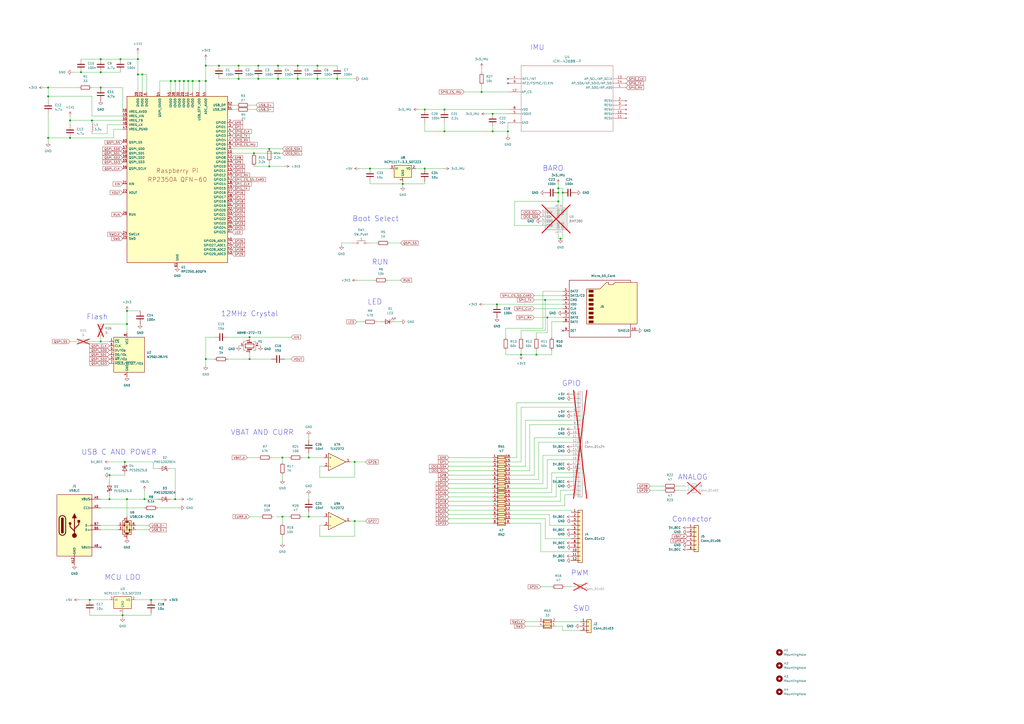
<source format=kicad_sch>
(kicad_sch (version 20250114) (generator "eeschema") (generator_version "9.0")
  (paper "A2")
  (text "Connector" (at 401.32 301.244 0) (effects (font (size 3.048 3.048))))
  (text "USB C AND POWER" (at 69.088 262.382 0) (effects (font (size 3.048 3.048))))
  (text "RUN" (at 220.472 152.146 0) (effects (font (size 3.048 3.048))))
  (text "PWM" (at 336.296 332.486 0) (effects (font (size 3.048 3.048))))
  (text "LED" (at 217.424 175.26 0) (effects (font (size 3.048 3.048))))
  (text "IMU" (at 311.658 27.686 0) (effects (font (size 3.048 3.048))))
  (text "VBAT AND CURR" (at 152.146 250.952 0) (effects (font (size 3.048 3.048))))
  (text "Boot Select" (at 217.932 127 0) (effects (font (size 3.048 3.048))))
  (text "GPIO" (at 331.47 222.504 0) (effects (font (size 3.048 3.048))))
  (text "ANALOG" (at 401.828 276.86 0) (effects (font (size 3.048 3.048))))
  (text "Flash" (at 56.388 183.896 0) (effects (font (size 3.048 3.048))))
  (text "MCU LDO" (at 71.12 335.026 0) (effects (font (size 3.048 3.048))))
  (text "12MHz Crystal" (at 144.78 182.118 0) (effects (font (size 3.048 3.048))))
  (text "SWD" (at 337.312 353.06 0) (effects (font (size 3.048 3.048))))
  (text "BARO" (at 320.802 97.79 0) (effects (font (size 3.048 3.048))))
  (junction (at 156.21 86.36))
  (junction (at 83.82 289.56))
  (junction (at 58.42 50.8))
  (junction (at 323.85 109.22))
  (junction (at 325.12 138.43))
  (junction (at 163.83 265.43))
  (junction (at 58.42 198.12))
  (junction (at 149.86 38.1))
  (junction (at 69.85 34.29))
  (junction (at 246.38 97.79))
  (junction (at 156.21 96.52))
  (junction (at 246.38 63.5))
  (junction (at 46.99 41.91))
  (junction (at 63.5 289.56))
  (junction (at 311.15 205.74))
  (junction (at 161.29 38.1))
  (junction (at 80.01 34.29))
  (junction (at 179.07 265.43))
  (junction (at 82.55 43.18))
  (junction (at 326.39 111.76))
  (junction (at 316.23 173.99))
  (junction (at 101.6 289.56))
  (junction (at 279.4 53.34))
  (junction (at 144.78 208.28))
  (junction (at 302.26 205.74))
  (junction (at 317.5 184.15))
  (junction (at 144.78 195.58))
  (junction (at 138.43 38.1))
  (junction (at 106.68 46.99))
  (junction (at 52.07 347.98))
  (junction (at 172.72 45.72))
  (junction (at 73.66 180.34))
  (junction (at 285.75 66.04))
  (junction (at 127 38.1))
  (junction (at 58.42 34.29))
  (junction (at 233.68 106.68))
  (junction (at 27.94 80.01))
  (junction (at 257.81 76.2))
  (junction (at 161.29 45.72))
  (junction (at 58.42 41.91))
  (junction (at 27.94 50.8))
  (junction (at 40.64 80.01))
  (junction (at 257.81 63.5))
  (junction (at 138.43 45.72))
  (junction (at 172.72 38.1))
  (junction (at 285.75 76.2))
  (junction (at 63.5 275.59))
  (junction (at 109.22 46.99))
  (junction (at 111.76 46.99))
  (junction (at 294.64 76.2))
  (junction (at 40.64 69.85))
  (junction (at 104.14 46.99))
  (junction (at 115.57 46.99))
  (junction (at 205.74 302.26))
  (junction (at 101.6 46.99))
  (junction (at 214.63 97.79))
  (junction (at 179.07 299.72))
  (junction (at 27.94 55.88))
  (junction (at 72.39 267.97))
  (junction (at 99.06 46.99))
  (junction (at 71.12 356.87))
  (junction (at 323.85 116.84))
  (junction (at 53.34 69.85))
  (junction (at 119.38 38.1))
  (junction (at 163.83 299.72))
  (junction (at 195.58 45.72))
  (junction (at 323.85 111.76))
  (junction (at 288.29 176.53))
  (junction (at 184.15 38.1))
  (junction (at 73.66 187.96))
  (junction (at 119.38 46.99))
  (junction (at 73.66 289.56))
  (junction (at 80.01 43.18))
  (junction (at 87.63 347.98))
  (junction (at 184.15 45.72))
  (junction (at 149.86 45.72))
  (junction (at 205.74 267.97))
  (junction (at 147.32 88.9))
  (junction (at 119.38 208.28))
  (no_connect (at 326.39 191.77))
  (no_connect (at 58.42 317.5))
  (no_connect (at 294.64 48.26))
  (no_connect (at 294.64 45.72))
  (wire (pts (xy 106.68 46.99) (xy 109.22 46.99)))
  (wire (pts (xy 214.63 140.97) (xy 218.44 140.97)))
  (wire (pts (xy 127 45.72) (xy 138.43 45.72)))
  (wire (pts (xy 309.88 173.99) (xy 316.23 173.99)))
  (wire (pts (xy 322.58 363.22) (xy 326.39 363.22)))
  (wire (pts (xy 326.39 363.22) (xy 326.39 365.76)))
  (wire (pts (xy 207.01 162.56) (xy 217.17 162.56)))
  (wire (pts (xy 233.68 106.68) (xy 233.68 105.41)))
  (wire (pts (xy 58.42 34.29) (xy 69.85 34.29)))
  (wire (pts (xy 106.68 46.99) (xy 106.68 53.34)))
  (wire (pts (xy 392.43 281.94) (xy 397.51 281.94)))
  (wire (pts (xy 104.14 289.56) (xy 101.6 289.56)))
  (wire (pts (xy 226.06 140.97) (xy 232.41 140.97)))
  (wire (pts (xy 325.12 290.83) (xy 325.12 284.48)))
  (wire (pts (xy 144.78 299.72) (xy 151.13 299.72)))
  (wire (pts (xy 214.63 106.68) (xy 233.68 106.68)))
  (wire (pts (xy 144.78 63.5) (xy 148.59 63.5)))
  (wire (pts (xy 175.26 299.72) (xy 179.07 299.72)))
  (wire (pts (xy 246.38 105.41) (xy 246.38 106.68)))
  (wire (pts (xy 144.78 208.28) (xy 157.48 208.28)))
  (wire (pts (xy 326.39 168.91) (xy 314.96 168.91)))
  (wire (pts (xy 127 38.1) (xy 138.43 38.1)))
  (wire (pts (xy 175.26 265.43) (xy 179.07 265.43)))
  (wire (pts (xy 323.85 106.68) (xy 323.85 109.22)))
  (wire (pts (xy 294.64 76.2) (xy 294.64 78.74)))
  (wire (pts (xy 63.5 267.97) (xy 72.39 267.97)))
  (wire (pts (xy 163.83 265.43) (xy 167.64 265.43)))
  (wire (pts (xy 58.42 294.64) (xy 83.82 294.64)))
  (wire (pts (xy 260.35 300.99) (xy 285.75 300.99)))
  (wire (pts (xy 53.34 55.88) (xy 53.34 67.31)))
  (wire (pts (xy 184.15 45.72) (xy 195.58 45.72)))
  (wire (pts (xy 314.96 264.16) (xy 331.47 264.16)))
  (wire (pts (xy 163.83 88.9) (xy 147.32 88.9)))
  (wire (pts (xy 163.83 278.13) (xy 163.83 275.59)))
  (wire (pts (xy 111.76 46.99) (xy 115.57 46.99)))
  (wire (pts (xy 81.28 180.34) (xy 73.66 180.34)))
  (wire (pts (xy 205.74 267.97) (xy 212.09 267.97)))
  (wire (pts (xy 295.91 293.37) (xy 327.66 293.37)))
  (wire (pts (xy 214.63 105.41) (xy 214.63 106.68)))
  (wire (pts (xy 285.75 76.2) (xy 294.64 76.2)))
  (wire (pts (xy 40.64 69.85) (xy 40.64 72.39)))
  (wire (pts (xy 316.23 173.99) (xy 326.39 173.99)))
  (wire (pts (xy 295.91 298.45) (xy 318.77 298.45)))
  (wire (pts (xy 63.5 289.56) (xy 73.66 289.56)))
  (wire (pts (xy 149.86 45.72) (xy 161.29 45.72)))
  (wire (pts (xy 163.83 265.43) (xy 163.83 267.97)))
  (wire (pts (xy 307.34 246.38) (xy 331.47 246.38)))
  (wire (pts (xy 322.58 360.68) (xy 336.55 360.68)))
  (wire (pts (xy 295.91 295.91) (xy 331.47 295.91)))
  (wire (pts (xy 260.35 293.37) (xy 285.75 293.37)))
  (wire (pts (xy 224.79 162.56) (xy 232.41 162.56)))
  (wire (pts (xy 260.35 267.97) (xy 285.75 267.97)))
  (wire (pts (xy 87.63 355.6) (xy 87.63 356.87)))
  (wire (pts (xy 40.64 69.85) (xy 53.34 69.85)))
  (wire (pts (xy 27.94 55.88) (xy 27.94 58.42)))
  (wire (pts (xy 53.34 67.31) (xy 71.12 67.31)))
  (wire (pts (xy 58.42 198.12) (xy 63.5 198.12)))
  (wire (pts (xy 144.78 195.58) (xy 168.91 195.58)))
  (wire (pts (xy 172.72 38.1) (xy 184.15 38.1)))
  (wire (pts (xy 314.96 190.5) (xy 293.37 190.5)))
  (wire (pts (xy 260.35 298.45) (xy 285.75 298.45)))
  (wire (pts (xy 205.74 302.26) (xy 212.09 302.26)))
  (wire (pts (xy 322.58 288.29) (xy 322.58 276.86)))
  (wire (pts (xy 27.94 66.04) (xy 27.94 80.01)))
  (wire (pts (xy 63.5 275.59) (xy 63.5 279.4)))
  (wire (pts (xy 323.85 116.84) (xy 323.85 118.11)))
  (wire (pts (xy 85.09 43.18) (xy 85.09 53.34)))
  (wire (pts (xy 309.88 254) (xy 331.47 254)))
  (wire (pts (xy 73.66 187.96) (xy 73.66 193.04)))
  (wire (pts (xy 111.76 46.99) (xy 111.76 53.34)))
  (wire (pts (xy 52.07 347.98) (xy 63.5 347.98)))
  (wire (pts (xy 207.01 186.69) (xy 210.82 186.69)))
  (wire (pts (xy 242.57 63.5) (xy 246.38 63.5)))
  (wire (pts (xy 331.47 295.91) (xy 331.47 297.18)))
  (wire (pts (xy 101.6 271.78) (xy 101.6 289.56)))
  (wire (pts (xy 299.72 265.43) (xy 299.72 233.68)))
  (wire (pts (xy 149.86 38.1) (xy 161.29 38.1)))
  (wire (pts (xy 124.46 195.58) (xy 119.38 195.58)))
  (wire (pts (xy 295.91 267.97) (xy 302.26 267.97)))
  (wire (pts (xy 312.42 256.54) (xy 331.47 256.54)))
  (wire (pts (xy 165.1 96.52) (xy 156.21 96.52)))
  (wire (pts (xy 377.19 284.48) (xy 384.81 284.48)))
  (wire (pts (xy 298.45 130.81) (xy 298.45 116.84)))
  (wire (pts (xy 134.62 86.36) (xy 156.21 86.36)))
  (wire (pts (xy 313.69 340.36) (xy 320.04 340.36)))
  (wire (pts (xy 198.12 140.97) (xy 204.47 140.97)))
  (wire (pts (xy 295.91 270.51) (xy 304.8 270.51)))
  (wire (pts (xy 295.91 265.43) (xy 299.72 265.43)))
  (wire (pts (xy 218.44 186.69) (xy 220.98 186.69)))
  (wire (pts (xy 260.35 278.13) (xy 285.75 278.13)))
  (wire (pts (xy 293.37 203.2) (xy 293.37 205.74)))
  (wire (pts (xy 71.12 356.87) (xy 71.12 355.6)))
  (wire (pts (xy 269.24 53.34) (xy 279.4 53.34)))
  (wire (pts (xy 99.06 46.99) (xy 101.6 46.99)))
  (wire (pts (xy 326.39 138.43) (xy 326.39 135.89)))
  (wire (pts (xy 203.2 267.97) (xy 205.74 267.97)))
  (wire (pts (xy 295.91 278.13) (xy 312.42 278.13)))
  (wire (pts (xy 66.04 74.93) (xy 66.04 80.01)))
  (wire (pts (xy 295.91 303.53) (xy 313.69 303.53)))
  (wire (pts (xy 314.96 280.67) (xy 314.96 264.16)))
  (wire (pts (xy 53.34 69.85) (xy 71.12 69.85)))
  (wire (pts (xy 161.29 38.1) (xy 172.72 38.1)))
  (wire (pts (xy 179.07 252.73) (xy 179.07 255.27)))
  (wire (pts (xy 63.5 287.02) (xy 63.5 289.56)))
  (wire (pts (xy 311.15 205.74) (xy 320.04 205.74)))
  (wire (pts (xy 246.38 76.2) (xy 257.81 76.2)))
  (wire (pts (xy 115.57 46.99) (xy 115.57 53.34)))
  (wire (pts (xy 205.74 311.15) (xy 205.74 302.26)))
  (wire (pts (xy 73.66 289.56) (xy 83.82 289.56)))
  (wire (pts (xy 53.34 55.88) (xy 27.94 55.88)))
  (wire (pts (xy 214.63 97.79) (xy 226.06 97.79)))
  (wire (pts (xy 260.35 295.91) (xy 285.75 295.91)))
  (wire (pts (xy 198.12 142.24) (xy 198.12 140.97)))
  (wire (pts (xy 317.5 193.04) (xy 311.15 193.04)))
  (wire (pts (xy 318.77 304.8) (xy 331.47 304.8)))
  (wire (pts (xy 71.12 358.14) (xy 71.12 356.87)))
  (wire (pts (xy 179.07 262.89) (xy 179.07 265.43)))
  (wire (pts (xy 78.74 347.98) (xy 87.63 347.98)))
  (wire (pts (xy 313.69 130.81) (xy 298.45 130.81)))
  (wire (pts (xy 52.07 356.87) (xy 71.12 356.87)))
  (wire (pts (xy 322.58 276.86) (xy 331.47 276.86)))
  (wire (pts (xy 185.42 276.86) (xy 205.74 276.86)))
  (wire (pts (xy 62.23 77.47) (xy 62.23 72.39)))
  (wire (pts (xy 58.42 187.96) (xy 73.66 187.96)))
  (wire (pts (xy 80.01 34.29) (xy 80.01 43.18)))
  (wire (pts (xy 326.39 186.69) (xy 320.04 186.69)))
  (wire (pts (xy 295.91 275.59) (xy 309.88 275.59)))
  (wire (pts (xy 326.39 365.76) (xy 336.55 365.76)))
  (wire (pts (xy 73.66 180.34) (xy 73.66 187.96)))
  (wire (pts (xy 295.91 283.21) (xy 317.5 283.21)))
  (wire (pts (xy 101.6 46.99) (xy 101.6 53.34)))
  (wire (pts (xy 45.72 347.98) (xy 52.07 347.98)))
  (wire (pts (xy 119.38 34.29) (xy 119.38 38.1)))
  (wire (pts (xy 314.96 168.91) (xy 314.96 190.5)))
  (wire (pts (xy 92.71 53.34) (xy 92.71 46.99)))
  (wire (pts (xy 246.38 71.12) (xy 246.38 76.2)))
  (wire (pts (xy 307.34 273.05) (xy 307.34 246.38)))
  (wire (pts (xy 58.42 307.34) (xy 68.58 307.34)))
  (wire (pts (xy 46.99 34.29) (xy 58.42 34.29)))
  (wire (pts (xy 83.82 289.56) (xy 83.82 284.48)))
  (wire (pts (xy 295.91 290.83) (xy 325.12 290.83)))
  (wire (pts (xy 326.39 111.76) (xy 326.39 109.22)))
  (wire (pts (xy 257.81 71.12) (xy 257.81 76.2)))
  (wire (pts (xy 73.66 289.56) (xy 73.66 299.72)))
  (wire (pts (xy 63.5 275.59) (xy 72.39 275.59)))
  (wire (pts (xy 99.06 271.78) (xy 101.6 271.78)))
  (wire (pts (xy 134.62 63.5) (xy 137.16 63.5)))
  (wire (pts (xy 323.85 138.43) (xy 325.12 138.43)))
  (wire (pts (xy 147.32 88.9) (xy 134.62 88.9)))
  (wire (pts (xy 317.5 184.15) (xy 326.39 184.15)))
  (wire (pts (xy 132.08 208.28) (xy 144.78 208.28)))
  (wire (pts (xy 326.39 118.11) (xy 326.39 111.76)))
  (wire (pts (xy 309.88 275.59) (xy 309.88 254)))
  (wire (pts (xy 185.42 304.8) (xy 185.42 311.15)))
  (wire (pts (xy 184.15 38.1) (xy 195.58 38.1)))
  (wire (pts (xy 78.74 307.34) (xy 86.36 307.34)))
  (wire (pts (xy 309.88 179.07) (xy 326.39 179.07)))
  (wire (pts (xy 295.91 273.05) (xy 307.34 273.05)))
  (wire (pts (xy 185.42 311.15) (xy 205.74 311.15)))
  (wire (pts (xy 241.3 97.79) (xy 246.38 97.79)))
  (wire (pts (xy 298.45 116.84) (xy 323.85 116.84)))
  (wire (pts (xy 52.07 198.12) (xy 58.42 198.12)))
  (wire (pts (xy 320.04 205.74) (xy 320.04 203.2)))
  (wire (pts (xy 138.43 38.1) (xy 149.86 38.1)))
  (wire (pts (xy 318.77 298.45) (xy 318.77 304.8)))
  (wire (pts (xy 104.14 46.99) (xy 106.68 46.99)))
  (wire (pts (xy 71.12 50.8) (xy 71.12 64.77)))
  (wire (pts (xy 104.14 294.64) (xy 91.44 294.64)))
  (wire (pts (xy 101.6 289.56) (xy 99.06 289.56)))
  (wire (pts (xy 260.35 285.75) (xy 285.75 285.75)))
  (wire (pts (xy 149.86 200.66) (xy 151.13 200.66)))
  (wire (pts (xy 299.72 233.68) (xy 331.47 233.68)))
  (wire (pts (xy 85.09 43.18) (xy 82.55 43.18)))
  (wire (pts (xy 323.85 135.89) (xy 323.85 138.43)))
  (wire (pts (xy 46.99 41.91) (xy 58.42 41.91)))
  (wire (pts (xy 295.91 288.29) (xy 322.58 288.29)))
  (wire (pts (xy 58.42 41.91) (xy 69.85 41.91)))
  (wire (pts (xy 179.07 287.02) (xy 179.07 289.56)))
  (wire (pts (xy 304.8 243.84) (xy 331.47 243.84)))
  (wire (pts (xy 295.91 300.99) (xy 316.23 300.99)))
  (wire (pts (xy 58.42 50.8) (xy 71.12 50.8)))
  (wire (pts (xy 302.26 205.74) (xy 311.15 205.74)))
  (wire (pts (xy 109.22 46.99) (xy 111.76 46.99)))
  (wire (pts (xy 377.19 281.94) (xy 384.81 281.94)))
  (wire (pts (xy 260.35 290.83) (xy 285.75 290.83)))
  (wire (pts (xy 144.78 60.96) (xy 148.59 60.96)))
  (wire (pts (xy 285.75 66.04) (xy 294.64 66.04)))
  (wire (pts (xy 27.94 50.8) (xy 27.94 55.88)))
  (wire (pts (xy 119.38 46.99) (xy 119.38 53.34)))
  (wire (pts (xy 40.64 80.01) (xy 66.04 80.01)))
  (wire (pts (xy 304.8 360.68) (xy 312.42 360.68)))
  (wire (pts (xy 185.42 270.51) (xy 187.96 270.51)))
  (wire (pts (xy 293.37 190.5) (xy 293.37 195.58)))
  (wire (pts (xy 25.4 50.8) (xy 27.94 50.8)))
  (wire (pts (xy 203.2 302.26) (xy 205.74 302.26)))
  (wire (pts (xy 41.91 41.91) (xy 46.99 41.91)))
  (wire (pts (xy 78.74 304.8) (xy 86.36 304.8)))
  (wire (pts (xy 316.23 312.42) (xy 331.47 312.42)))
  (wire (pts (xy 80.01 43.18) (xy 80.01 53.34)))
  (wire (pts (xy 279.4 39.37) (xy 279.4 41.91)))
  (wire (pts (xy 327.66 287.02) (xy 331.47 287.02)))
  (wire (pts (xy 109.22 46.99) (xy 109.22 53.34)))
  (wire (pts (xy 52.07 355.6) (xy 52.07 356.87)))
  (wire (pts (xy 163.83 311.15) (xy 163.83 314.96)))
  (wire (pts (xy 280.67 176.53) (xy 288.29 176.53)))
  (wire (pts (xy 53.34 77.47) (xy 62.23 77.47)))
  (wire (pts (xy 185.42 270.51) (xy 185.42 276.86)))
  (wire (pts (xy 316.23 300.99) (xy 316.23 312.42)))
  (wire (pts (xy 119.38 195.58) (xy 119.38 208.28)))
  (wire (pts (xy 172.72 45.72) (xy 184.15 45.72)))
  (wire (pts (xy 257.81 76.2) (xy 285.75 76.2)))
  (wire (pts (xy 163.83 303.53) (xy 163.83 299.72)))
  (wire (pts (xy 27.94 80.01) (xy 27.94 82.55)))
  (wire (pts (xy 66.04 74.93) (xy 71.12 74.93)))
  (wire (pts (xy 208.28 97.79) (xy 214.63 97.79)))
  (wire (pts (xy 288.29 176.53) (xy 326.39 176.53)))
  (wire (pts (xy 279.4 53.34) (xy 294.64 53.34)))
  (wire (pts (xy 281.94 66.04) (xy 285.75 66.04)))
  (wire (pts (xy 119.38 208.28) (xy 124.46 208.28)))
  (wire (pts (xy 144.78 204.47) (xy 144.78 208.28)))
  (wire (pts (xy 119.38 208.28) (xy 119.38 212.09)))
  (wire (pts (xy 309.88 184.15) (xy 317.5 184.15)))
  (wire (pts (xy 53.34 50.8) (xy 58.42 50.8)))
  (wire (pts (xy 27.94 50.8) (xy 45.72 50.8)))
  (wire (pts (xy 40.64 198.12) (xy 44.45 198.12)))
  (wire (pts (xy 309.88 171.45) (xy 326.39 171.45)))
  (wire (pts (xy 82.55 43.18) (xy 80.01 43.18)))
  (wire (pts (xy 163.83 299.72) (xy 167.64 299.72)))
  (wire (pts (xy 316.23 191.77) (xy 302.26 191.77)))
  (wire (pts (xy 27.94 80.01) (xy 40.64 80.01)))
  (wire (pts (xy 157.48 265.43) (xy 163.83 265.43)))
  (wire (pts (xy 58.42 304.8) (xy 68.58 304.8)))
  (wire (pts (xy 257.81 63.5) (xy 294.64 63.5)))
  (wire (pts (xy 295.91 280.67) (xy 314.96 280.67)))
  (wire (pts (xy 87.63 356.87) (xy 71.12 356.87)))
  (wire (pts (xy 87.63 347.98) (xy 93.98 347.98)))
  (wire (pts (xy 132.08 195.58) (xy 144.78 195.58)))
  (wire (pts (xy 325.12 284.48) (xy 331.47 284.48)))
  (wire (pts (xy 311.15 203.2) (xy 311.15 205.74)))
  (wire (pts (xy 149.86 265.43) (xy 143.51 265.43)))
  (wire (pts (xy 302.26 236.22) (xy 331.47 236.22)))
  (wire (pts (xy 323.85 109.22) (xy 326.39 109.22)))
  (wire (pts (xy 58.42 289.56) (xy 63.5 289.56)))
  (wire (pts (xy 246.38 97.79) (xy 257.81 97.79)))
  (wire (pts (xy 161.29 45.72) (xy 172.72 45.72)))
  (wire (pts (xy 302.26 267.97) (xy 302.26 236.22)))
  (wire (pts (xy 316.23 173.99) (xy 316.23 191.77)))
  (wire (pts (xy 156.21 86.36) (xy 163.83 86.36)))
  (wire (pts (xy 156.21 93.98) (xy 156.21 96.52)))
  (wire (pts (xy 83.82 289.56) (xy 91.44 289.56)))
  (wire (pts (xy 163.83 299.72) (xy 160.02 299.72)))
  (wire (pts (xy 138.43 200.66) (xy 139.7 200.66)))
  (wire (pts (xy 327.66 340.36) (xy 331.47 340.36)))
  (wire (pts (xy 72.39 267.97) (xy 88.9 267.97)))
  (wire (pts (xy 260.35 288.29) (xy 285.75 288.29)))
  (wire (pts (xy 185.42 304.8) (xy 187.96 304.8)))
  (wire (pts (xy 320.04 274.32) (xy 331.47 274.32)))
  (wire (pts (xy 82.55 43.18) (xy 82.55 53.34)))
  (wire (pts (xy 144.78 196.85) (xy 144.78 195.58)))
  (wire (pts (xy 323.85 111.76) (xy 323.85 116.84)))
  (wire (pts (xy 285.75 73.66) (xy 285.75 76.2)))
  (wire (pts (xy 69.85 34.29) (xy 80.01 34.29)))
  (wire (pts (xy 179.07 297.18) (xy 179.07 299.72)))
  (wire (pts (xy 260.35 280.67) (xy 285.75 280.67)))
  (wire (pts (xy 119.38 38.1) (xy 127 38.1)))
  (wire (pts (xy 302.26 191.77) (xy 302.26 195.58)))
  (wire (pts (xy 115.57 46.99) (xy 119.38 46.99)))
  (wire (pts (xy 246.38 106.68) (xy 233.68 106.68)))
  (wire (pts (xy 179.07 299.72) (xy 187.96 299.72)))
  (wire (pts (xy 302.26 203.2) (xy 302.26 205.74)))
  (wire (pts (xy 312.42 278.13) (xy 312.42 256.54)))
  (wire (pts (xy 325.12 138.43) (xy 326.39 138.43)))
  (wire (pts (xy 88.9 267.97) (xy 88.9 271.78)))
  (wire (pts (xy 92.71 46.99) (xy 99.06 46.99)))
  (wire (pts (xy 260.35 303.53) (xy 285.75 303.53)))
  (wire (pts (xy 104.14 46.99) (xy 104.14 53.34)))
  (wire (pts (xy 195.58 45.72) (xy 205.74 45.72)))
  (wire (pts (xy 260.35 283.21) (xy 285.75 283.21)))
  (wire (pts (xy 205.74 276.86) (xy 205.74 267.97)))
  (wire (pts (xy 165.1 208.28) (xy 168.91 208.28)))
  (wire (pts (xy 311.15 193.04) (xy 311.15 195.58)))
  (wire (pts (xy 260.35 273.05) (xy 285.75 273.05)))
  (wire (pts (xy 304.8 363.22) (xy 312.42 363.22)))
  (wire (pts (xy 260.35 275.59) (xy 285.75 275.59)))
  (wire (pts (xy 179.07 265.43) (xy 187.96 265.43)))
  (wire (pts (xy 327.66 293.37) (xy 327.66 287.02)))
  (wire (pts (xy 295.91 285.75) (xy 320.04 285.75)))
  (wire (pts (xy 99.06 46.99) (xy 99.06 53.34)))
  (wire (pts (xy 119.38 38.1) (xy 119.38 46.99)))
  (wire (pts (xy 293.37 205.74) (xy 302.26 205.74)))
  (wire (pts (xy 88.9 271.78) (xy 91.44 271.78)))
  (wire (pts (xy 320.04 285.75) (xy 320.04 274.32)))
  (wire (pts (xy 317.5 283.21) (xy 317.5 266.7)))
  (wire (pts (xy 147.32 96.52) (xy 156.21 96.52)))
  (wire (pts (xy 246.38 63.5) (xy 257.81 63.5)))
  (wire (pts (xy 101.6 46.99) (xy 104.14 46.99)))
  (wire (pts (xy 40.64 67.31) (xy 40.64 69.85)))
  (wire (pts (xy 233.68 107.95) (xy 233.68 106.68)))
  (wire (pts (xy 260.35 265.43) (xy 285.75 265.43)))
  (wire (pts (xy 304.8 270.51) (xy 304.8 243.84)))
  (wire (pts (xy 80.01 30.48) (xy 80.01 34.29)))
  (wire (pts (xy 313.69 320.04) (xy 331.47 320.04)))
  (wire (pts (xy 134.62 60.96) (xy 137.16 60.96)))
  (wire (pts (xy 228.6 186.69) (xy 232.41 186.69)))
  (wire (pts (xy 313.69 303.53) (xy 313.69 320.04)))
  (wire (pts (xy 279.4 49.53) (xy 279.4 53.34)))
  (wire (pts (xy 320.04 186.69) (xy 320.04 195.58)))
  (wire (pts (xy 317.5 184.15) (xy 317.5 193.04)))
  (wire (pts (xy 138.43 45.72) (xy 149.86 45.72)))
  (wire (pts (xy 392.43 284.48) (xy 397.51 284.48)))
  (wire (pts (xy 62.23 72.39) (xy 71.12 72.39)))
  (wire (pts (xy 294.64 71.12) (xy 294.64 76.2)))
  (wire (pts (xy 317.5 266.7) (xy 331.47 266.7)))
  (wire (pts (xy 58.42 195.58) (xy 58.42 198.12)))
  (wire (pts (xy 323.85 109.22) (xy 323.85 111.76)))
  (wire (pts (xy 260.35 270.51) (xy 285.75 270.51)))
  (global_label "SPI1_TX" (shape input) (at 134.62 109.22 0) (property "Intersheetrefs" "${INTERSHEET_REFS}" (effects (hide yes))))
  (global_label "GP29" (shape input) (at 134.62 147.32 0) (property "Intersheetrefs" "${INTERSHEET_REFS}" (effects (hide yes))))
  (global_label "QSPI_CLK" (shape input) (at 63.5 200.66 180) (property "Intersheetrefs" "${INTERSHEET_REFS}" (effects (hide yes))))
  (global_label "QSPI_SS" (shape input) (at 40.64 198.12 180) (property "Intersheetrefs" "${INTERSHEET_REFS}" (effects (hide yes))))
  (global_label "USB_D+" (shape input) (at 86.36 307.34 0) (property "Intersheetrefs" "${INTERSHEET_REFS}" (effects (hide yes))))
  (global_label "SPI1_RX" (shape input) (at 134.62 101.6 0) (property "Intersheetrefs" "${INTERSHEET_REFS}" (effects (hide yes))))
  (global_label "GP11" (shape input) (at 134.62 99.06 0) (property "Intersheetrefs" "${INTERSHEET_REFS}" (effects (hide yes))))
  (global_label "GP20" (shape input) (at 134.62 121.92 0) (property "Intersheetrefs" "${INTERSHEET_REFS}" (effects (hide yes))))
  (global_label "QSPI_SD1" (shape input) (at 71.12 88.9 180) (property "Intersheetrefs" "${INTERSHEET_REFS}" (effects (hide yes))))
  (global_label "SWCLK" (shape input) (at 304.8 360.68 180) (property "Intersheetrefs" "${INTERSHEET_REFS}" (effects (hide yes))))
  (global_label "SPI0_CLK" (shape input) (at 134.62 76.2 0) (property "Intersheetrefs" "${INTERSHEET_REFS}" (effects (hide yes))))
  (global_label "SPI1_CS_SD_CARD" (shape input) (at 309.88 171.45 180) (property "Intersheetrefs" "${INTERSHEET_REFS}" (effects (hide yes))))
  (global_label "RUN" (shape input) (at 232.41 162.56 0) (property "Intersheetrefs" "${INTERSHEET_REFS}" (effects (hide yes))))
  (global_label "GP28" (shape input) (at 377.19 281.94 180) (property "Intersheetrefs" "${INTERSHEET_REFS}" (effects (hide yes))))
  (global_label "GP26" (shape input) (at 212.09 267.97 0) (property "Intersheetrefs" "${INTERSHEET_REFS}" (effects (hide yes))))
  (global_label "GP16" (shape input) (at 260.35 285.75 180) (property "Intersheetrefs" "${INTERSHEET_REFS}" (effects (hide yes))))
  (global_label "GP10" (shape input) (at 260.35 280.67 180) (property "Intersheetrefs" "${INTERSHEET_REFS}" (effects (hide yes))))
  (global_label "QSPI_SD2" (shape input) (at 63.5 208.28 180) (property "Intersheetrefs" "${INTERSHEET_REFS}" (effects (hide yes))))
  (global_label "GP17" (shape input) (at 260.35 288.29 180) (property "Intersheetrefs" "${INTERSHEET_REFS}" (effects (hide yes))))
  (global_label "I2C0_SDA" (shape input) (at 163.83 86.36 0) (property "Intersheetrefs" "${INTERSHEET_REFS}" (effects (hide yes))))
  (global_label "RUN" (shape input) (at 71.12 124.46 180) (property "Intersheetrefs" "${INTERSHEET_REFS}" (effects (hide yes))))
  (global_label "GP17" (shape input) (at 134.62 114.3 0) (property "Intersheetrefs" "${INTERSHEET_REFS}" (effects (hide yes))))
  (global_label "GP27" (shape input) (at 134.62 142.24 0) (property "Intersheetrefs" "${INTERSHEET_REFS}" (effects (hide yes))))
  (global_label "SWD" (shape input) (at 71.12 138.43 180) (property "Intersheetrefs" "${INTERSHEET_REFS}" (effects (hide yes))))
  (global_label "GP18" (shape input) (at 134.62 116.84 0) (property "Intersheetrefs" "${INTERSHEET_REFS}" (effects (hide yes))))
  (global_label "SPI1_RX" (shape input) (at 309.88 184.15 180) (property "Intersheetrefs" "${INTERSHEET_REFS}" (effects (hide yes))))
  (global_label "GP23" (shape input) (at 134.62 129.54 0) (property "Intersheetrefs" "${INTERSHEET_REFS}" (effects (hide yes))))
  (global_label "GP20" (shape input) (at 260.35 295.91 180) (property "Intersheetrefs" "${INTERSHEET_REFS}" (effects (hide yes))))
  (global_label "GP18" (shape input) (at 260.35 290.83 180) (property "Intersheetrefs" "${INTERSHEET_REFS}" (effects (hide yes))))
  (global_label "GP1" (shape input) (at 134.62 73.66 0) (property "Intersheetrefs" "${INTERSHEET_REFS}" (effects (hide yes))))
  (global_label "XIN" (shape input) (at 168.91 195.58 0) (property "Intersheetrefs" "${INTERSHEET_REFS}" (effects (hide yes))))
  (global_label "SPI0_RX" (shape input) (at 134.62 81.28 0) (property "Intersheetrefs" "${INTERSHEET_REFS}" (effects (hide yes))))
  (global_label "GP8" (shape input) (at 260.35 275.59 180) (property "Intersheetrefs" "${INTERSHEET_REFS}" (effects (hide yes))))
  (global_label "GP9" (shape input) (at 134.62 93.98 0) (property "Intersheetrefs" "${INTERSHEET_REFS}" (effects (hide yes))))
  (global_label "QSPI_SD3" (shape input) (at 63.5 210.82 180) (property "Intersheetrefs" "${INTERSHEET_REFS}" (effects (hide yes))))
  (global_label "I2C0_SCL" (shape input) (at 260.35 273.05 180) (property "Intersheetrefs" "${INTERSHEET_REFS}" (effects (hide yes))))
  (global_label "QSPI_SD2" (shape input) (at 71.12 91.44 180) (property "Intersheetrefs" "${INTERSHEET_REFS}" (effects (hide yes))))
  (global_label "SPI0_TX" (shape input) (at 363.22 48.26 0) (property "Intersheetrefs" "${INTERSHEET_REFS}" (effects (hide yes))))
  (global_label "SPI0_CLK" (shape input) (at 363.22 45.72 0) (property "Intersheetrefs" "${INTERSHEET_REFS}" (effects (hide yes))))
  (global_label "USB_D-" (shape input) (at 86.36 304.8 0) (property "Intersheetrefs" "${INTERSHEET_REFS}" (effects (hide yes))))
  (global_label "CURR_A" (shape input) (at 398.78 313.69 180) (property "Intersheetrefs" "${INTERSHEET_REFS}" (effects (hide yes))))
  (global_label "GP26" (shape input) (at 134.62 139.7 0) (property "Intersheetrefs" "${INTERSHEET_REFS}" (effects (hide yes))))
  (global_label "QSPI_SD0" (shape input) (at 71.12 86.36 180) (property "Intersheetrefs" "${INTERSHEET_REFS}" (effects (hide yes))))
  (global_label "GP28" (shape input) (at 134.62 144.78 0) (property "Intersheetrefs" "${INTERSHEET_REFS}" (effects (hide yes))))
  (global_label "GP21" (shape input) (at 134.62 124.46 0) (property "Intersheetrefs" "${INTERSHEET_REFS}" (effects (hide yes))))
  (global_label "GP29" (shape input) (at 377.19 284.48 180) (property "Intersheetrefs" "${INTERSHEET_REFS}" (effects (hide yes))))
  (global_label "I2C0_SDA" (shape input) (at 260.35 270.51 180) (property "Intersheetrefs" "${INTERSHEET_REFS}" (effects (hide yes))))
  (global_label "GP21" (shape input) (at 260.35 298.45 180) (property "Intersheetrefs" "${INTERSHEET_REFS}" (effects (hide yes))))
  (global_label "LED" (shape input) (at 134.62 134.62 0) (property "Intersheetrefs" "${INTERSHEET_REFS}" (effects (hide yes))))
  (global_label "GP8" (shape input) (at 134.62 91.44 0) (property "Intersheetrefs" "${INTERSHEET_REFS}" (effects (hide yes))))
  (global_label "SPI0_RX" (shape input) (at 363.22 50.8 0) (property "Intersheetrefs" "${INTERSHEET_REFS}" (effects (hide yes))))
  (global_label "XOUT" (shape input) (at 168.91 208.28 0) (property "Intersheetrefs" "${INTERSHEET_REFS}" (effects (hide yes))))
  (global_label "SPI0_CS_IMU" (shape input) (at 134.62 83.82 0) (property "Intersheetrefs" "${INTERSHEET_REFS}" (effects (hide yes))))
  (global_label "I2C0_SCL" (shape input) (at 163.83 88.9 0) (property "Intersheetrefs" "${INTERSHEET_REFS}" (effects (hide yes))))
  (global_label "GP23" (shape input) (at 260.35 303.53 180) (property "Intersheetrefs" "${INTERSHEET_REFS}" (effects (hide yes))))
  (global_label "SPI1_CLK" (shape input) (at 134.62 106.68 0) (property "Intersheetrefs" "${INTERSHEET_REFS}" (effects (hide yes))))
  (global_label "USB_D-" (shape input) (at 148.59 63.5 0) (property "Intersheetrefs" "${INTERSHEET_REFS}" (effects (hide yes))))
  (global_label "SPI1_CLK" (shape input) (at 309.88 179.07 180) (property "Intersheetrefs" "${INTERSHEET_REFS}" (effects (hide yes))))
  (global_label "XIN" (shape input) (at 71.12 106.68 180) (property "Intersheetrefs" "${INTERSHEET_REFS}" (effects (hide yes))))
  (global_label "GP10" (shape input) (at 134.62 96.52 0) (property "Intersheetrefs" "${INTERSHEET_REFS}" (effects (hide yes))))
  (global_label "QSPI_SD0" (shape input) (at 63.5 203.2 180) (property "Intersheetrefs" "${INTERSHEET_REFS}" (effects (hide yes))))
  (global_label "QSPI_SS" (shape input) (at 71.12 82.55 180) (property "Intersheetrefs" "${INTERSHEET_REFS}" (effects (hide yes))))
  (global_label "QSPI_CLK" (shape input) (at 71.12 97.79 180) (property "Intersheetrefs" "${INTERSHEET_REFS}" (effects (hide yes))))
  (global_label "GP19" (shape input) (at 260.35 293.37 180) (property "Intersheetrefs" "${INTERSHEET_REFS}" (effects (hide yes))))
  (global_label "USB_D+" (shape input) (at 148.59 60.96 0) (property "Intersheetrefs" "${INTERSHEET_REFS}" (effects (hide yes))))
  (global_label "QSPI_SD3" (shape input) (at 71.12 93.98 180) (property "Intersheetrefs" "${INTERSHEET_REFS}" (effects (hide yes))))
  (global_label "I2C0_SDA" (shape input) (at 313.69 125.73 180) (property "Intersheetrefs" "${INTERSHEET_REFS}" (effects (hide yes))))
  (global_label "GP11" (shape input) (at 260.35 283.21 180) (property "Intersheetrefs" "${INTERSHEET_REFS}" (effects (hide yes))))
  (global_label "GP22" (shape input) (at 260.35 300.99 180) (property "Intersheetrefs" "${INTERSHEET_REFS}" (effects (hide yes))))
  (global_label "GP24" (shape input) (at 313.69 340.36 180) (property "Intersheetrefs" "${INTERSHEET_REFS}" (effects (hide yes))))
  (global_label "SPI1_TX" (shape input) (at 309.88 173.99 180) (property "Intersheetrefs" "${INTERSHEET_REFS}" (effects (hide yes))))
  (global_label "SWD" (shape input) (at 304.8 363.22 180) (property "Intersheetrefs" "${INTERSHEET_REFS}" (effects (hide yes))))
  (global_label "VBAT_A" (shape input) (at 398.78 311.15 180) (property "Intersheetrefs" "${INTERSHEET_REFS}" (effects (hide yes))))
  (global_label "SPI1_CS_SD_CARD" (shape input) (at 134.62 104.14 0) (property "Intersheetrefs" "${INTERSHEET_REFS}" (effects (hide yes))))
  (global_label "GP0" (shape input) (at 260.35 265.43 180) (property "Intersheetrefs" "${INTERSHEET_REFS}" (effects (hide yes))))
  (global_label "SPI0_CS_IMU" (shape input) (at 269.24 53.34 180) (property "Intersheetrefs" "${INTERSHEET_REFS}" (effects (hide yes))))
  (global_label "GP16" (shape input) (at 134.62 111.76 0) (property "Intersheetrefs" "${INTERSHEET_REFS}" (effects (hide yes))))
  (global_label "GP0" (shape input) (at 134.62 71.12 0) (property "Intersheetrefs" "${INTERSHEET_REFS}" (effects (hide yes))))
  (global_label "GP19" (shape input) (at 134.62 119.38 0) (property "Intersheetrefs" "${INTERSHEET_REFS}" (effects (hide yes))))
  (global_label "GP22" (shape input) (at 134.62 127 0) (property "Intersheetrefs" "${INTERSHEET_REFS}" (effects (hide yes))))
  (global_label "GP1" (shape input) (at 260.35 267.97 180) (property "Intersheetrefs" "${INTERSHEET_REFS}" (effects (hide yes))))
  (global_label "GP24" (shape input) (at 134.62 132.08 0) (property "Intersheetrefs" "${INTERSHEET_REFS}" (effects (hide yes))))
  (global_label "QSPI_SD1" (shape input) (at 63.5 205.74 180) (property "Intersheetrefs" "${INTERSHEET_REFS}" (effects (hide yes))))
  (global_label "LED" (shape input) (at 207.01 186.69 180) (property "Intersheetrefs" "${INTERSHEET_REFS}" (effects (hide yes))))
  (global_label "I2C0_SCL" (shape input) (at 313.69 123.19 180) (property "Intersheetrefs" "${INTERSHEET_REFS}" (effects (hide yes))))
  (global_label "XOUT" (shape input) (at 71.12 111.76 180) (property "Intersheetrefs" "${INTERSHEET_REFS}" (effects (hide yes))))
  (global_label "QSPI_SS" (shape input) (at 232.41 140.97 0) (property "Intersheetrefs" "${INTERSHEET_REFS}" (effects (hide yes))))
  (global_label "GP9" (shape input) (at 260.35 278.13 180) (property "Intersheetrefs" "${INTERSHEET_REFS}" (effects (hide yes))))
  (global_label "VBAT_A" (shape input) (at 143.51 265.43 180) (property "Intersheetrefs" "${INTERSHEET_REFS}" (effects (hide yes))))
  (global_label "SPI0_TX" (shape input) (at 134.62 78.74 0) (property "Intersheetrefs" "${INTERSHEET_REFS}" (effects (hide yes))))
  (global_label "SWCLK" (shape input) (at 71.12 135.89 180) (property "Intersheetrefs" "${INTERSHEET_REFS}" (effects (hide yes))))
  (global_label "GP27" (shape input) (at 212.09 302.26 0) (property "Intersheetrefs" "${INTERSHEET_REFS}" (effects (hide yes))))
  (global_label "CURR_A" (shape input) (at 144.78 299.72 180) (property "Intersheetrefs" "${INTERSHEET_REFS}" (effects (hide yes))))
  (symbol (lib_id "main:RP2350_60QFN") (at 102.87 104.14 0) (unit 1)
    (property "Reference" "U1" (at 105.0133 154.94 0) (effects (justify left)))
    (property "Value" "RP2350_60QFN" (at 105.0133 157.48 0) (effects (justify left)))
    (property "Footprint" "main:RP2350-QFN-60-1EP_7x7_P0.4mm_EP3.4x3.4mm_ThermalVias" (effects (hide yes)))
  )
  (symbol (lib_id "power:+3V3") (at 25.4 50.8 90) (unit 1)
    (property "Reference" "#PWR06" (effects (hide yes)))
    (property "Value" "+3V3" (at 21.59 50.7999 90) (effects (justify left)))
    (property "Description" "Power symbol creates a global label with name \"+3V3\"" (effects (hide yes)))
  )
  (symbol (lib_id "Device:C") (at 288.29 180.34 0) (unit 1)
    (property "Reference" "C19" (at 292.1 179.0699 0) (effects (justify left)))
    (property "Value" "100n" (at 292.1 181.6099 0) (effects (justify left)))
    (property "Footprint" "Capacitor_SMD:C_0402_1005Metric" (effects (hide yes)))
    (property "Description" "Unpolarized capacitor" (effects (hide yes)))
  )
  (symbol (lib_id "Device:C") (at 27.94 62.23 0) (unit 1)
    (property "Reference" "C12" (at 31.75 60.9599 0) (effects (justify left)))
    (property "Value" "4.7u" (at 31.75 63.4999 0) (effects (justify left)))
    (property "Footprint" "main:C_0402_1005Metric_small_pads" (effects (hide yes)))
    (property "Description" "Unpolarized capacitor" (effects (hide yes)))
  )
  (symbol (lib_id "Device:C") (at 214.63 101.6 0) (unit 1)
    (property "Reference" "C33" (at 218.44 100.3299 0) (effects (justify left)))
    (property "Value" "10u" (at 218.44 102.8699 0) (effects (justify left)))
    (property "Footprint" "Capacitor_SMD:C_0805_2012Metric" (effects (hide yes)))
    (property "Description" "Unpolarized capacitor" (effects (hide yes)))
  )
  (symbol (lib_id "Device:R_Pack08") (at 290.83 275.59 270) (unit 1)
    (property "Reference" "RN1" (at 290.83 259.08 90))
    (property "Value" "47" (at 290.83 261.62 90))
    (property "Description" "8 resistor network, parallel topology" (effects (hide yes)))
  )
  (symbol (lib_id "power:+3V3") (at 165.1 96.52 270) (unit 1)
    (property "Reference" "#PWR043" (effects (hide yes)))
    (property "Value" "+3V3" (at 168.91 96.5199 90) (effects (justify left)))
    (property "Description" "Power symbol creates a global label with name \"+3V3\"" (effects (hide yes)))
  )
  (symbol (lib_id "Device:C") (at 58.42 54.61 0) (unit 1)
    (property "Reference" "C11" (at 62.23 53.3399 0) (effects (justify left)))
    (property "Value" "4.7u" (at 62.23 55.8799 0) (effects (justify left)))
    (property "Footprint" "Capacitor_SMD:C_0402_1005Metric" (effects (hide yes)))
    (property "Description" "Unpolarized capacitor" (effects (hide yes)))
  )
  (symbol (lib_id "power:+3.3V") (at 119.38 34.29 0) (unit 1)
    (property "Reference" "#PWR01" (effects (hide yes)))
    (property "Value" "+3V3" (at 119.38 29.21 0))
    (property "Description" "Power symbol creates a global label with name \"+3.3V\"" (effects (hide yes)))
  )
  (symbol (lib_id "Device:R") (at 154.94 299.72 270) (unit 1)
    (property "Reference" "R18" (at 154.94 293.37 90))
    (property "Value" "10K" (at 154.94 295.91 90))
    (property "Description" "Resistor" (effects (hide yes)))
  )
  (symbol (lib_id "power:+3V3") (at 73.66 180.34 0) (unit 1)
    (property "Reference" "#PWR09" (effects (hide yes)))
    (property "Value" "+3V3" (at 73.66 175.26 0))
    (property "Description" "Power symbol creates a global label with name \"+3V3\"" (effects (hide yes)))
  )
  (symbol (lib_id "power:GND") (at 43.18 327.66 0) (unit 1)
    (property "Reference" "#PWR016" (effects (hide yes)))
    (property "Value" "GND" (at 43.18 332.74 0))
    (property "Description" "Power symbol creates a global label with name \"GND\" , ground" (effects (hide yes)))
  )
  (symbol (lib_id "Device:Crystal_GND24") (at 144.78 200.66 270) (unit 1)
    (property "Reference" "Y1" (at 150.876 198.12 90))
    (property "Value" "ABM8-272-T3" (at 144.526 193.04 90))
    (property "Footprint" "Crystal:Crystal_SMD_3225-4Pin_3.2x2.5mm" (effects (hide yes)))
    (property "Description" "Four pin crystal, GND on pins 2 and 4" (effects (hide yes)))
  )
  (symbol (lib_id "power:GND") (at 331.47 241.3 270) (unit 1)
    (property "Reference" "#PWR060" (effects (hide yes)))
    (property "Value" "GND" (at 327.66 241.2999 90) (effects (justify right)))
    (property "Description" "Power symbol creates a global label with name \"GND\" , ground" (effects (hide yes)))
  )
  (symbol (lib_id "Amplifier_Operational:TLV2372") (at 195.58 302.26 0) (unit 1)
    (property "Reference" "U9" (at 195.58 292.1 0))
    (property "Value" "TLV2372" (at 195.58 294.64 0))
    (property "Datasheet" "http://www.ti.com/lit/ds/symlink/tlv2375.pdf" (effects (hide yes)))
    (property "Description" "Dual Rail-to-Rail Input/Output Operational Amplifier, DIP-8/SOIC-8/VSSOP-8" (effects (hide yes)))
  )
  (symbol (lib_id "Device:R") (at 49.53 50.8 270) (unit 1)
    (property "Reference" "R1" (at 49.53 44.45 90))
    (property "Value" "33" (at 49.53 46.99 90))
    (property "Footprint" "Resistor_SMD:R_0402_1005Metric" (effects (hide yes)))
    (property "Description" "Resistor" (effects (hide yes)))
  )
  (symbol (lib_id "power:GND") (at 119.38 212.09 0) (unit 1)
    (property "Reference" "#PWR014" (effects (hide yes)))
    (property "Value" "GND" (at 119.38 217.17 0))
    (property "Description" "Power symbol creates a global label with name \"GND\" , ground" (effects (hide yes)))
  )
  (symbol (lib_id "Regulator_Linear:NCP1117-3.3_SOT223") (at 71.12 347.98 0) (unit 1)
    (property "Reference" "U3" (at 71.12 341.63 0))
    (property "Value" "NCP1117-3.3_SOT223" (at 71.12 344.17 0))
    (property "Footprint" "Package_TO_SOT_SMD:SOT-223-3_TabPin2" (effects (hide yes)))
    (property "Datasheet" "http://www.onsemi.com/pub_link/Collateral/NCP1117-D.PDF" (effects (hide yes)))
    (property "Description" "1A Low drop-out regulator, Fixed Output 3.3V, SOT-223" (effects (hide yes)))
  )
  (symbol (lib_id "power:+5V") (at 331.47 248.92 90) (unit 1)
    (property "Reference" "#PWR038" (effects (hide yes)))
    (property "Value" "+5V" (at 327.66 248.9199 90) (effects (justify left)))
    (property "Description" "Power symbol creates a global label with name \"+5V\"" (effects (hide yes)))
  )
  (symbol (lib_id "Device:C") (at 40.64 76.2 0) (unit 1)
    (property "Reference" "C13" (at 44.45 74.9299 0) (effects (justify left)))
    (property "Value" "4.7u" (at 44.45 77.4699 0) (effects (justify left)))
    (property "Footprint" "main:C_0402_1005Metric_small_pads" (effects (hide yes)))
    (property "Description" "Unpolarized capacitor" (effects (hide yes)))
  )
  (symbol (lib_id "power:GND") (at 205.74 45.72 90) (unit 1)
    (property "Reference" "#PWR02" (effects (hide yes)))
    (property "Value" "GND" (at 209.55 45.7199 90) (effects (justify right)))
    (property "Description" "Power symbol creates a global label with name \"GND\" , ground" (effects (hide yes)))
  )
  (symbol (lib_id "Device:R") (at 323.85 340.36 90) (unit 1)
    (property "Reference" "R16" (at 323.85 334.01 90))
    (property "Value" "47" (at 323.85 336.55 90))
    (property "Description" "Resistor" (effects (hide yes)))
  )
  (symbol (lib_id "power:GND") (at 331.47 261.62 270) (unit 1)
    (property "Reference" "#PWR063" (effects (hide yes)))
    (property "Value" "GND" (at 327.66 261.6199 90) (effects (justify right)))
    (property "Description" "Power symbol creates a global label with name \"GND\" , ground" (effects (hide yes)))
  )
  (symbol (lib_id "power:GND") (at 336.55 363.22 270) (unit 1)
    (property "Reference" "#PWR025" (effects (hide yes)))
    (property "Value" "GND" (at 332.74 363.2199 90) (effects (justify right)))
    (property "Description" "Power symbol creates a global label with name \"GND\" , ground" (effects (hide yes)))
  )
  (symbol (lib_id "main:5V_BEC") (at 398.78 318.77 90) (unit 1)
    (property "Reference" "#PWR052" (effects (hide yes)))
    (property "Value" "5V_BEC" (at 394.97 318.7699 90) (effects (justify left)))
    (property "Description" "Power symbol creates a global label with name {dblquote}5V_BEC{dblquote}" (effects (hide yes)))
  )
  (symbol (lib_id "power:GND") (at 288.29 184.15 0) (unit 1)
    (property "Reference" "#PWR044" (effects (hide yes)))
    (property "Value" "GND" (at 288.29 189.23 0))
    (property "Description" "Power symbol creates a global label with name \"GND\" , ground" (effects (hide yes)))
  )
  (symbol (lib_id "Device:R") (at 293.37 199.39 0) (unit 1)
    (property "Reference" "R13" (at 295.91 198.1199 0) (effects (justify left)))
    (property "Value" "50k" (at 295.91 200.6599 0) (effects (justify left)))
    (property "Footprint" "Resistor_SMD:R_0402_1005Metric" (effects (hide yes)))
    (property "Description" "Resistor" (effects (hide yes)))
  )
  (symbol (lib_id "main:3v3_IMU") (at 242.57 63.5 90) (unit 1)
    (property "Reference" "#PWR087" (effects (hide yes)))
    (property "Value" "3v3_IMU" (at 238.76 63.4999 90) (effects (justify left)))
    (property "Description" "Power symbol creates a global label with name {dblquote}3v3_IMU{dblquote}" (effects (hide yes)))
  )
  (symbol (lib_id "power:GND") (at 163.83 278.13 0) (unit 1)
    (property "Reference" "#PWR057" (effects (hide yes)))
    (property "Value" "GND" (at 163.83 283.21 0))
    (property "Description" "Power symbol creates a global label with name \"GND\" , ground" (effects (hide yes)))
  )
  (symbol (lib_id "Device:R") (at 302.26 199.39 0) (unit 1)
    (property "Reference" "R12" (at 304.8 198.1199 0) (effects (justify left)))
    (property "Value" "50k" (at 304.8 200.6599 0) (effects (justify left)))
    (property "Footprint" "Resistor_SMD:R_0402_1005Metric" (effects (hide yes)))
    (property "Description" "Resistor" (effects (hide yes)))
  )
  (symbol (lib_id "Device:R") (at 58.42 191.77 0) (unit 1) (dnp yes)
    (property "Reference" "R26" (at 60.96 190.4999 0) (effects (justify left)))
    (property "Value" "0" (at 60.96 193.0399 0) (effects (justify left)))
    (property "Footprint" "Resistor_SMD:R_0402_1005Metric" (effects (hide yes)))
    (property "Description" "Resistor" (effects (hide yes)))
  )
  (symbol (lib_id "main:5V_BEC") (at 398.78 306.07 90) (unit 1)
    (property "Reference" "#PWR040" (effects (hide yes)))
    (property "Value" "5V_BEC" (at 394.97 306.0699 90) (effects (justify left)))
    (property "Description" "Power symbol creates a global label with name {dblquote}5V_BEC{dblquote}" (effects (hide yes)))
  )
  (symbol (lib_id "power:GND") (at 331.47 231.14 270) (unit 1)
    (property "Reference" "#PWR061" (effects (hide yes)))
    (property "Value" "GND" (at 327.66 231.1399 90) (effects (justify right)))
    (property "Description" "Power symbol creates a global label with name \"GND\" , ground" (effects (hide yes)))
  )
  (symbol (lib_id "Device:C") (at 81.28 184.15 0) (unit 1)
    (property "Reference" "C14" (at 85.09 182.8799 0) (effects (justify left)))
    (property "Value" "100n" (at 85.09 185.4199 0) (effects (justify left)))
    (property "Footprint" "Capacitor_SMD:C_0402_1005Metric" (effects (hide yes)))
    (property "Description" "Unpolarized capacitor" (effects (hide yes)))
  )
  (symbol (lib_id "power:GND") (at 294.64 78.74 0) (unit 1)
    (property "Reference" "#PWR026" (effects (hide yes)))
    (property "Value" "GND" (at 294.64 83.82 0))
    (property "Description" "Power symbol creates a global label with name \"GND\" , ground" (effects (hide yes)))
  )
  (symbol (lib_id "power:GND") (at 331.47 251.46 270) (unit 1)
    (property "Reference" "#PWR059" (effects (hide yes)))
    (property "Value" "GND" (at 327.66 251.4599 90) (effects (justify right)))
    (property "Description" "Power symbol creates a global label with name \"GND\" , ground" (effects (hide yes)))
  )
  (symbol (lib_id "power:GND") (at 326.39 181.61 270) (unit 1)
    (property "Reference" "#PWR042" (effects (hide yes)))
    (property "Value" "GND" (at 322.58 181.6099 90) (effects (justify right)))
    (property "Description" "Power symbol creates a global label with name \"GND\" , ground" (effects (hide yes)))
  )
  (symbol (lib_id "Power_Protection:USBLC6-2SC6") (at 73.66 304.8 0) (unit 1)
    (property "Reference" "U6" (at 75.3111 297.18 0) (effects (justify left)))
    (property "Value" "USBLC6-2SC6" (at 75.3111 299.72 0) (effects (justify left)))
    (property "Footprint" "Package_TO_SOT_SMD:SOT-23-6" (effects (hide yes)))
    (property "Datasheet" "https://www.st.com/resource/en/datasheet/usblc6-2.pdf" (effects (hide yes)))
    (property "Description" "Very low capacitance ESD protection diode, 2 data-line, SOT-23-6" (effects (hide yes)))
  )
  (symbol (lib_id "power:GND") (at 73.66 218.44 0) (unit 1)
    (property "Reference" "#PWR011" (effects (hide yes)))
    (property "Value" "GND" (at 73.66 223.52 0))
    (property "Description" "Power symbol creates a global label with name \"GND\" , ground" (effects (hide yes)))
  )
  (symbol (lib_id "Connector_Generic:Conn_01x06") (at 403.86 311.15 0) (unit 1)
    (property "Reference" "J5" (at 406.4 311.1499 0) (effects (justify left)))
    (property "Value" "Conn_01x06" (at 406.4 313.6899 0) (effects (justify left)))
    (property "Description" "Generic connector, single row, 01x06, script generated (kicad-library-utils/schlib/autogen/connector/)" (effects (hide yes)))
  )
  (symbol (lib_id "Device:R") (at 128.27 208.28 270) (mirror x) (unit 1)
    (property "Reference" "R2" (at 128.27 201.93 90))
    (property "Value" "1k" (at 128.27 204.47 90))
    (property "Footprint" "Resistor_SMD:R_0402_1005Metric" (effects (hide yes)))
    (property "Description" "Resistor" (effects (hide yes)))
  )
  (symbol (lib_id "Device:R") (at 279.4 45.72 0) (unit 1)
    (property "Reference" "R27" (at 281.94 44.4499 0) (effects (justify left)))
    (property "Value" "10k" (at 281.94 46.9899 0) (effects (justify left)))
    (property "Footprint" "Resistor_SMD:R_0402_1005Metric" (effects (hide yes)))
    (property "Description" "Resistor" (effects (hide yes)))
  )
  (symbol (lib_id "Device:R") (at 48.26 198.12 90) (unit 1) (dnp yes)
    (property "Reference" "R25" (at 48.26 191.77 90))
    (property "Value" "0" (at 48.26 194.31 90))
    (property "Footprint" "Resistor_SMD:R_0402_1005Metric" (effects (hide yes)))
    (property "Description" "Resistor" (effects (hide yes)))
  )
  (symbol (lib_id "Device:R") (at 320.04 199.39 0) (unit 1)
    (property "Reference" "R10" (at 322.58 198.1199 0) (effects (justify left)))
    (property "Value" "50k" (at 322.58 200.6599 0) (effects (justify left)))
    (property "Footprint" "Resistor_SMD:R_0402_1005Metric" (effects (hide yes)))
    (property "Description" "Resistor" (effects (hide yes)))
  )
  (symbol (lib_id "power:GND") (at 71.12 358.14 0) (unit 1)
    (property "Reference" "#PWR017" (effects (hide yes)))
    (property "Value" "GND" (at 71.12 363.22 0))
    (property "Description" "Power symbol creates a global label with name \"GND\" , ground" (effects (hide yes)))
  )
  (symbol (lib_id "Device:R") (at 87.63 294.64 90) (unit 1)
    (property "Reference" "R8" (at 87.63 288.29 90))
    (property "Value" "5.1k" (at 87.63 290.83 90))
    (property "Footprint" "Capacitor_SMD:C_0402_1005Metric" (effects (hide yes)))
    (property "Description" "Resistor" (effects (hide yes)))
  )
  (symbol (lib_id "Device:R") (at 388.62 281.94 90) (unit 1)
    (property "Reference" "R22" (at 388.62 275.59 90))
    (property "Value" "47" (at 388.62 278.13 90))
    (property "Description" "Resistor" (effects (hide yes)))
  )
  (symbol (lib_id "Device:C") (at 195.58 41.91 0) (unit 1)
    (property "Reference" "C7" (at 199.39 40.6399 0) (effects (justify left)))
    (property "Value" "100n" (at 199.39 43.1799 0) (effects (justify left)))
    (property "Footprint" "Capacitor_SMD:C_0402_1005Metric" (effects (hide yes)))
    (property "Description" "Unpolarized capacitor" (effects (hide yes)))
  )
  (symbol (lib_id "Connector_Generic:Conn_01x02") (at 402.59 281.94 0) (unit 1) (dnp yes)
    (property "Reference" "J8" (at 405.13 281.9399 0) (effects (justify left)))
    (property "Value" "Conn_01x02" (at 405.13 284.4799 0) (effects (justify left)))
    (property "Description" "Generic connector, single row, 01x02, script generated (kicad-library-utils/schlib/autogen/connector/)" (effects (hide yes)))
  )
  (symbol (lib_id "power:GND") (at 232.41 186.69 90) (unit 1)
    (property "Reference" "#PWR023" (effects (hide yes)))
    (property "Value" "GND" (at 236.22 186.6899 90) (effects (justify right)))
    (property "Description" "Power symbol creates a global label with name \"GND\" , ground" (effects (hide yes)))
  )
  (symbol (lib_id "Mechanical:MountingHole") (at 452.12 401.32 0) (unit 1) (in_bom no)
    (property "Reference" "H4" (at 454.66 400.0499 0) (effects (justify left)))
    (property "Value" "MountingHole" (at 454.66 402.5899 0) (effects (justify left)))
    (property "Footprint" "MountingHole:MountingHole_4.3mm_M4" (effects (hide yes)))
    (property "Description" "Mounting Hole without connection" (effects (hide yes)))
  )
  (symbol (lib_id "Switch:SW_Push") (at 209.55 140.97 0) (unit 1)
    (property "Reference" "SW1" (at 209.55 133.35 0))
    (property "Value" "SW_Push" (at 209.55 135.89 0))
    (property "Footprint" "Button_Switch_SMD:SW_Push_1P1T_NO_CK_KMR2" (effects (hide yes)))
    (property "Description" "Push button switch, generic, two pins" (effects (hide yes)))
  )
  (symbol (lib_id "main:5V_BEC") (at 331.47 322.58 90) (unit 1)
    (property "Reference" "#PWR077" (effects (hide yes)))
    (property "Value" "5V_BEC" (at 327.66 322.5799 90) (effects (justify left)))
    (property "Description" "Power symbol creates a global label with name {dblquote}5V_BEC{dblquote}" (effects (hide yes)))
  )
  (symbol (lib_id "Mechanical:MountingHole") (at 452.12 393.7 0) (unit 1) (in_bom no)
    (property "Reference" "H3" (at 454.66 392.4299 0) (effects (justify left)))
    (property "Value" "MountingHole" (at 454.66 394.9699 0) (effects (justify left)))
    (property "Footprint" "MountingHole:MountingHole_4.3mm_M4" (effects (hide yes)))
    (property "Description" "Mounting Hole without connection" (effects (hide yes)))
  )
  (symbol (lib_id "power:GND") (at 73.66 312.42 0) (unit 1)
    (property "Reference" "#PWR056" (effects (hide yes)))
    (property "Value" "GND" (at 73.66 317.5 0))
    (property "Description" "Power symbol creates a global label with name \"GND\" , ground" (effects (hide yes)))
  )
  (symbol (lib_id "Memory_Flash:W25Q128JVS") (at 73.66 205.74 0) (unit 1)
    (property "Reference" "U2" (at 85.09 204.4699 0) (effects (justify left)))
    (property "Value" "W25Q128JVS" (at 85.09 207.0099 0) (effects (justify left)))
    (property "Footprint" "Package_SO:SOIC-8_5.3x5.3mm_P1.27mm" (effects (hide yes)))
    (property "Datasheet" "https://www.winbond.com/resource-files/w25q128jv_dtr%20revc%2003272018%20plus.pdf" (effects (hide yes)))
    (property "Description" "128Mbit / 16MiB Serial Flash Memory, Standard/Dual/Quad SPI, 2.7-3.6V, SOIC-8" (effects (hide yes)))
  )
  (symbol (lib_id "Device:C") (at 161.29 208.28 270) (mirror x) (unit 1)
    (property "Reference" "C16" (at 161.29 200.66 90))
    (property "Value" "15p" (at 161.29 203.2 90))
    (property "Footprint" "Capacitor_SMD:C_0402_1005Metric" (effects (hide yes)))
    (property "Description" "Unpolarized capacitor" (effects (hide yes)))
  )
  (symbol (lib_id "Connector_Generic:Conn_01x12") (at 336.55 309.88 0) (unit 1)
    (property "Reference" "J4" (at 339.09 309.8799 0) (effects (justify left)))
    (property "Value" "Conn_01x12" (at 339.09 312.4199 0) (effects (justify left)))
    (property "Description" "Generic connector, single row, 01x12, script generated (kicad-library-utils/schlib/autogen/connector/)" (effects (hide yes)))
  )
  (symbol (lib_id "Device:C") (at 246.38 67.31 0) (unit 1)
    (property "Reference" "C20" (at 250.19 66.0399 0) (effects (justify left)))
    (property "Value" "100n" (at 250.19 68.5799 0) (effects (justify left)))
    (property "Footprint" "Capacitor_SMD:C_0402_1005Metric" (effects (hide yes)))
    (property "Description" "Unpolarized capacitor" (effects (hide yes)))
  )
  (symbol (lib_id "power:+1V1") (at 80.01 30.48 0) (unit 1)
    (property "Reference" "#PWR03" (effects (hide yes)))
    (property "Value" "+1V1" (at 80.01 25.4 0))
    (property "Description" "Power symbol creates a global label with name \"+1V1\"" (effects (hide yes)))
  )
  (symbol (lib_id "power:+5V") (at 331.47 238.76 90) (unit 1)
    (property "Reference" "#PWR037" (effects (hide yes)))
    (property "Value" "+5V" (at 327.66 238.7599 90) (effects (justify left)))
    (property "Description" "Power symbol creates a global label with name \"+5V\"" (effects (hide yes)))
  )
  (symbol (lib_id "main:USB_C") (at 43.18 304.8 0) (unit 1)
    (property "Reference" "J1" (at 43.18 281.94 0))
    (property "Value" "USB_C" (at 43.18 284.48 0))
    (property "Footprint" "main:YTC-TC8S-126" (effects (hide yes)))
    (property "Datasheet" "https://www.usb.org/sites/default/files/documents/usb_type-c.zip" (effects (hide yes)))
    (property "Description" "USB 2.0-only 16P Type-C Receptacle connector" (effects (hide yes)))
  )
  (symbol (lib_id "power:GND") (at 331.47 317.5 270) (unit 1)
    (property "Reference" "#PWR050" (effects (hide yes)))
    (property "Value" "GND" (at 327.66 317.4999 90) (effects (justify right)))
    (property "Description" "Power symbol creates a global label with name \"GND\" , ground" (effects (hide yes)))
  )
  (symbol (lib_id "power:+5V") (at 331.47 228.6 90) (unit 1)
    (property "Reference" "#PWR036" (effects (hide yes)))
    (property "Value" "+5V" (at 327.66 228.5999 90) (effects (justify left)))
    (property "Description" "Power symbol creates a global label with name \"+5V\"" (effects (hide yes)))
  )
  (symbol (lib_id "Device:R") (at 214.63 186.69 90) (unit 1)
    (property "Reference" "R9" (at 214.63 180.34 90))
    (property "Value" "470" (at 214.63 182.88 90))
    (property "Footprint" "Resistor_SMD:R_0402_1005Metric" (effects (hide yes)))
    (property "Description" "Resistor" (effects (hide yes)))
  )
  (symbol (lib_id "Device:C") (at 46.99 38.1 0) (unit 1)
    (property "Reference" "C10" (at 50.8 36.8299 0) (effects (justify left)))
    (property "Value" "100n" (at 50.8 39.3699 0) (effects (justify left)))
    (property "Footprint" "Capacitor_SMD:C_0402_1005Metric" (effects (hide yes)))
    (property "Description" "Unpolarized capacitor" (effects (hide yes)))
  )
  (symbol (lib_id "power:+5V") (at 45.72 347.98 90) (unit 1)
    (property "Reference" "#PWR024" (effects (hide yes)))
    (property "Value" "+5V" (at 41.91 347.9799 90) (effects (justify left)))
    (property "Description" "Power symbol creates a global label with name \"+5V\"" (effects (hide yes)))
  )
  (symbol (lib_id "Device:C") (at 128.27 195.58 90) (unit 1)
    (property "Reference" "C15" (at 128.27 187.96 90))
    (property "Value" "15p" (at 128.27 190.5 90))
    (property "Footprint" "Capacitor_SMD:C_0402_1005Metric" (effects (hide yes)))
    (property "Description" "Unpolarized capacitor" (effects (hide yes)))
  )
  (symbol (lib_id "Device:R") (at 171.45 299.72 90) (unit 1)
    (property "Reference" "R20" (at 171.45 293.37 90))
    (property "Value" "47" (at 171.45 295.91 90))
    (property "Description" "Resistor" (effects (hide yes)))
  )
  (symbol (lib_id "main:3v3_IMU") (at 279.4 39.37 0) (unit 1)
    (property "Reference" "#PWR065" (effects (hide yes)))
    (property "Value" "3v3_IMU" (at 279.4 34.29 0))
    (property "Description" "Power symbol creates a global label with name {dblquote}3v3_IMU{dblquote}" (effects (hide yes)))
  )
  (symbol (lib_id "main:5V_BEC") (at 331.47 307.34 90) (unit 1)
    (property "Reference" "#PWR075" (effects (hide yes)))
    (property "Value" "5V_BEC" (at 327.66 307.3399 90) (effects (justify left)))
    (property "Description" "Power symbol creates a global label with name {dblquote}5V_BEC{dblquote}" (effects (hide yes)))
  )
  (symbol (lib_id "Device:C") (at 179.07 259.08 0) (unit 1)
    (property "Reference" "C26" (at 182.88 257.8099 0) (effects (justify left)))
    (property "Value" "10nF" (at 182.88 260.3499 0) (effects (justify left)))
    (property "Description" "Unpolarized capacitor" (effects (hide yes)))
  )
  (symbol (lib_id "Device:R") (at 140.97 63.5 90) (unit 1)
    (property "Reference" "R4" (at 141.224 66.548 90))
    (property "Value" "27" (at 141.224 69.088 90))
    (property "Footprint" "Resistor_SMD:R_0402_1005Metric" (effects (hide yes)))
    (property "Description" "Resistor" (effects (hide yes)))
  )
  (symbol (lib_id "power:+3V3") (at 207.01 162.56 90) (unit 1)
    (property "Reference" "#PWR020" (effects (hide yes)))
    (property "Value" "+3V3" (at 203.2 162.5599 90) (effects (justify left)))
    (property "Description" "Power symbol creates a global label with name \"+3V3\"" (effects (hide yes)))
  )
  (symbol (lib_id "main:3v3_IMU") (at 257.81 97.79 270) (unit 1)
    (property "Reference" "#PWR086" (effects (hide yes)))
    (property "Value" "3v3_IMU" (at 261.62 97.7899 90) (effects (justify left)))
    (property "Description" "Power symbol creates a global label with name {dblquote}3v3_IMU{dblquote}" (effects (hide yes)))
  )
  (symbol (lib_id "Mechanical:MountingHole") (at 452.12 378.46 0) (unit 1) (in_bom no)
    (property "Reference" "H1" (at 454.66 377.1899 0) (effects (justify left)))
    (property "Value" "MountingHole" (at 454.66 379.7299 0) (effects (justify left)))
    (property "Footprint" "MountingHole:MountingHole_4.3mm_M4" (effects (hide yes)))
    (property "Description" "Mounting Hole without connection" (effects (hide yes)))
  )
  (symbol (lib_id "Device:C") (at 246.38 101.6 0) (unit 1)
    (property "Reference" "C34" (at 250.19 100.3299 0) (effects (justify left)))
    (property "Value" "10u" (at 250.19 102.8699 0) (effects (justify left)))
    (property "Footprint" "Capacitor_SMD:C_0805_2012Metric" (effects (hide yes)))
    (property "Description" "Unpolarized capacitor" (effects (hide yes)))
  )
  (symbol (lib_id "Device:R_Pack02") (at 317.5 360.68 90) (unit 1)
    (property "Reference" "RN3" (at 317.5 354.33 90))
    (property "Value" "33" (at 317.5 356.87 90))
    (property "Description" "2 resistor network, parallel topology" (effects (hide yes)))
  )
  (symbol (lib_id "main:3v3_IMU") (at 281.94 66.04 90) (unit 1)
    (property "Reference" "#PWR028" (effects (hide yes)))
    (property "Value" "3v3_IMU" (at 278.13 66.0399 90) (effects (justify left)))
    (property "Description" "Power symbol creates a global label with name {dblquote}3v3_IMU{dblquote}" (effects (hide yes)))
  )
  (symbol (lib_id "Device:C") (at 161.29 41.91 0) (unit 1)
    (property "Reference" "C4" (at 165.1 40.6399 0) (effects (justify left)))
    (property "Value" "100n" (at 165.1 43.1799 0) (effects (justify left)))
    (property "Footprint" "Capacitor_SMD:C_0402_1005Metric" (effects (hide yes)))
    (property "Description" "Unpolarized capacitor" (effects (hide yes)))
  )
  (symbol (lib_id "Device:C") (at 87.63 351.79 0) (unit 1)
    (property "Reference" "C18" (at 91.44 350.5199 0) (effects (justify left)))
    (property "Value" "10u" (at 91.44 353.0599 0) (effects (justify left)))
    (property "Footprint" "Capacitor_SMD:C_0805_2012Metric" (effects (hide yes)))
    (property "Description" "Unpolarized capacitor" (effects (hide yes)))
  )
  (symbol (lib_id "Device:D_Schottky") (at 72.39 271.78 270) (unit 1)
    (property "Reference" "D4" (at 74.93 270.1924 90) (effects (justify left)))
    (property "Value" "PESD5Z5.0" (at 74.93 272.7324 90) (effects (justify left)))
    (property "Footprint" "Diode_SMD:D_SOD-523" (effects (hide yes)))
    (property "Description" "Schottky diode" (effects (hide yes)))
  )
  (symbol (lib_id "power:GND") (at 334.01 111.76 90) (unit 1)
    (property "Reference" "#PWR033" (effects (hide yes)))
    (property "Value" "GND" (at 337.82 111.7599 90) (effects (justify right)))
    (property "Description" "Power symbol creates a global label with name \"GND\" , ground" (effects (hide yes)))
  )
  (symbol (lib_id "Device:C") (at 285.75 69.85 0) (unit 1)
    (property "Reference" "C22" (at 289.56 68.5799 0) (effects (justify left)))
    (property "Value" "10n" (at 289.56 71.1199 0) (effects (justify left)))
    (property "Footprint" "Capacitor_SMD:C_0402_1005Metric" (effects (hide yes)))
    (property "Description" "Unpolarized capacitor" (effects (hide yes)))
  )
  (symbol (lib_id "Device:C") (at 172.72 41.91 0) (unit 1)
    (property "Reference" "C5" (at 176.53 40.6399 0) (effects (justify left)))
    (property "Value" "100n" (at 176.53 43.1799 0) (effects (justify left)))
    (property "Footprint" "Capacitor_SMD:C_0402_1005Metric" (effects (hide yes)))
    (property "Description" "Unpolarized capacitor" (effects (hide yes)))
  )
  (symbol (lib_id "power:GND") (at 233.68 107.95 0) (unit 1)
    (property "Reference" "#PWR085" (effects (hide yes)))
    (property "Value" "GND" (at 233.68 113.03 0))
    (property "Description" "Power symbol creates a global label with name \"GND\" , ground" (effects (hide yes)))
  )
  (symbol (lib_id "main:5V_BEC") (at 331.47 314.96 90) (unit 1)
    (property "Reference" "#PWR076" (effects (hide yes)))
    (property "Value" "5V_BEC" (at 327.66 314.9599 90) (effects (justify left)))
    (property "Description" "Power symbol creates a global label with name {dblquote}5V_BEC{dblquote}" (effects (hide yes)))
  )
  (symbol (lib_id "Device:R") (at 153.67 265.43 90) (unit 1)
    (property "Reference" "R7" (at 153.67 259.08 90))
    (property "Value" "47K" (at 153.67 261.62 90))
    (property "Description" "Resistor" (effects (hide yes)))
  )
  (symbol (lib_id "Device:C") (at 58.42 38.1 0) (unit 1)
    (property "Reference" "C9" (at 62.23 36.8299 0) (effects (justify left)))
    (property "Value" "4.7u" (at 62.23 39.3699 0) (effects (justify left)))
    (property "Footprint" "Capacitor_SMD:C_0402_1005Metric" (effects (hide yes)))
    (property "Description" "Unpolarized capacitor" (effects (hide yes)))
  )
  (symbol (lib_id "Device:R_Pack08") (at 290.83 295.91 270) (unit 1)
    (property "Reference" "RN2" (at 290.83 310.134 90))
    (property "Value" "47" (at 290.83 307.594 90))
    (property "Description" "8 resistor network, parallel topology" (effects (hide yes)))
  )
  (symbol (lib_id "main:Micro_SD_Card") (at 349.25 179.07 0) (unit 1)
    (property "Reference" "J6" (at 349.25 177.8 0))
    (property "Value" "Micro_SD_Card" (at 349.885 160.02 0))
    (property "Footprint" "main:MOLEX_104031-0811" (effects (hide yes)))
    (property "Datasheet" "https://datasheet.lcsc.com/lcsc/2110151630_XKB-Connectivity-XKTF-015-N_C381082.pdf" (effects (hide yes)))
    (property "Description" "Micro SD Card Socket with one card detection pin" (effects (hide yes)))
  )
  (symbol (lib_id "Device:C") (at 320.04 111.76 270) (unit 1)
    (property "Reference" "C23" (at 320.04 104.14 90))
    (property "Value" "100n" (at 320.04 106.68 90))
    (property "Footprint" "Capacitor_SMD:C_0402_1005Metric" (effects (hide yes)))
    (property "Description" "Unpolarized capacitor" (effects (hide yes)))
  )
  (symbol (lib_id "Device:LED") (at 224.79 186.69 180) (unit 1)
    (property "Reference" "D1" (at 226.3775 179.07 0))
    (property "Value" "LED" (at 226.3775 181.61 0))
    (property "Footprint" "LED_SMD:LED_0402_1005Metric" (effects (hide yes)))
    (property "Description" "Light emitting diode" (effects (hide yes)))
    (property "Sim.Pins" "1=K 2=A" (effects (hide yes)))
  )
  (symbol (lib_id "Device:R") (at 220.98 162.56 90) (unit 1)
    (property "Reference" "R6" (at 220.98 156.21 90))
    (property "Value" "10k" (at 220.98 158.75 90))
    (property "Footprint" "Resistor_SMD:R_0402_1005Metric" (effects (hide yes)))
    (property "Description" "Resistor" (effects (hide yes)))
  )
  (symbol (lib_id "power:GND") (at 102.87 154.94 0) (unit 1)
    (property "Reference" "#PWR021" (effects (hide yes)))
    (property "Value" "GND" (at 102.87 160.02 0))
    (property "Description" "Power symbol creates a global label with name \"GND\" , ground" (effects (hide yes)))
  )
  (symbol (lib_id "power:+3V3") (at 302.26 205.74 180) (unit 1)
    (property "Reference" "#PWR053" (effects (hide yes)))
    (property "Value" "+3V3" (at 302.26 210.82 0))
    (property "Description" "Power symbol creates a global label with name \"+3V3\"" (effects (hide yes)))
  )
  (symbol (lib_id "main:ICM-42688-P") (at 261.62 45.72 0) (unit 1)
    (property "Reference" "U4" (at 328.93 33.02 0) (effects (font (size 1.524 1.524))))
    (property "Value" "ICM-42688-P" (at 328.93 35.56 0) (effects (font (size 1.524 1.524))))
    (property "Footprint" "main:LGA14_2P5X3X0P91_TDK" (effects (hide yes)))
    (property "Datasheet" "ICM-42688-P" (effects (hide yes)))
  )
  (symbol (lib_id "power:+5V") (at 104.14 289.56 270) (unit 1)
    (property "Reference" "#PWR045" (effects (hide yes)))
    (property "Value" "+5V" (at 107.95 289.5599 90) (effects (justify left)))
    (property "Description" "Power symbol creates a global label with name \"+5V\"" (effects (hide yes)))
  )
  (symbol (lib_id "power:GND") (at 398.78 316.23 270) (unit 1)
    (property "Reference" "#PWR046" (effects (hide yes)))
    (property "Value" "GND" (at 394.97 316.2299 90) (effects (justify right)))
    (property "Description" "Power symbol creates a global label with name \"GND\" , ground" (effects (hide yes)))
  )
  (symbol (lib_id "power:GND") (at 369.57 191.77 90) (unit 1)
    (property "Reference" "#PWR034" (effects (hide yes)))
    (property "Value" "GND" (at 373.38 191.7699 90) (effects (justify right)))
    (property "Description" "Power symbol creates a global label with name \"GND\" , ground" (effects (hide yes)))
  )
  (symbol (lib_id "power:GND") (at 179.07 252.73 180) (unit 1)
    (property "Reference" "#PWR064" (effects (hide yes)))
    (property "Value" "GND" (at 179.07 247.65 0))
    (property "Description" "Power symbol creates a global label with name \"GND\" , ground" (effects (hide yes)))
  )
  (symbol (lib_id "Device:C") (at 138.43 41.91 0) (unit 1)
    (property "Reference" "C2" (at 142.24 40.6399 0) (effects (justify left)))
    (property "Value" "100n" (at 142.24 43.1799 0) (effects (justify left)))
    (property "Footprint" "Capacitor_SMD:C_0402_1005Metric" (effects (hide yes)))
    (property "Description" "Unpolarized capacitor" (effects (hide yes)))
  )
  (symbol (lib_id "Device:C") (at 127 41.91 0) (unit 1)
    (property "Reference" "C1" (at 130.81 40.6399 0) (effects (justify left)))
    (property "Value" "100n" (at 130.81 43.1799 0) (effects (justify left)))
    (property "Footprint" "Capacitor_SMD:C_0402_1005Metric" (effects (hide yes)))
    (property "Description" "Unpolarized capacitor" (effects (hide yes)))
  )
  (symbol (lib_id "Amplifier_Operational:TLV2372") (at 195.58 267.97 0) (unit 1)
    (property "Reference" "U7" (at 195.58 257.81 0))
    (property "Value" "TLV2372" (at 195.58 260.35 0))
    (property "Datasheet" "http://www.ti.com/lit/ds/symlink/tlv2375.pdf" (effects (hide yes)))
    (property "Description" "Dual Rail-to-Rail Input/Output Operational Amplifier, DIP-8/SOIC-8/VSSOP-8" (effects (hide yes)))
  )
  (symbol (lib_id "power:GND") (at 316.23 111.76 270) (unit 1)
    (property "Reference" "#PWR030" (effects (hide yes)))
    (property "Value" "GND" (at 312.42 111.7599 90) (effects (justify right)))
    (property "Description" "Power symbol creates a global label with name \"GND\" , ground" (effects (hide yes)))
  )
  (symbol (lib_id "power:GND") (at 138.43 200.66 0) (unit 1)
    (property "Reference" "#PWR013" (effects (hide yes)))
    (property "Value" "GND" (at 134.366 202.438 0))
    (property "Description" "Power symbol creates a global label with name \"GND\" , ground" (effects (hide yes)))
  )
  (symbol (lib_id "Device:R") (at 140.97 60.96 90) (unit 1)
    (property "Reference" "R3" (at 140.97 55.626 90))
    (property "Value" "27" (at 140.97 58.166 90))
    (property "Footprint" "Resistor_SMD:R_0402_1005Metric" (effects (hide yes)))
    (property "Description" "Resistor" (effects (hide yes)))
  )
  (symbol (lib_id "power:GND") (at 163.83 314.96 0) (unit 1)
    (property "Reference" "#PWR058" (effects (hide yes)))
    (property "Value" "GND" (at 163.83 320.04 0))
    (property "Description" "Power symbol creates a global label with name \"GND\" , ground" (effects (hide yes)))
  )
  (symbol (lib_id "Diode:PMEG2020EH") (at 95.25 289.56 180) (unit 1)
    (property "Reference" "D3" (at 95.5675 283.21 0))
    (property "Value" "PMEG2020EH" (at 95.5675 285.75 0))
    (property "Footprint" "Diode_SMD:D_SOD-123F" (effects (hide yes)))
    (property "Datasheet" "https://assets.nexperia.com/documents/data-sheet/PMEG2020EH_EJ.pdf" (effects (hide yes)))
    (property "Description" "20V, 2A very low Vf MEGA Schottky barrier rectifier, SOD-123F" (effects (hide yes)))
  )
  (symbol (lib_id "Device:C") (at 184.15 41.91 0) (unit 1)
    (property "Reference" "C6" (at 187.96 40.6399 0) (effects (justify left)))
    (property "Value" "100n" (at 187.96 43.1799 0) (effects (justify left)))
    (property "Footprint" "Capacitor_SMD:C_0402_1005Metric" (effects (hide yes)))
    (property "Description" "Unpolarized capacitor" (effects (hide yes)))
  )
  (symbol (lib_id "Mechanical:MountingHole") (at 452.12 386.08 0) (unit 1) (in_bom no)
    (property "Reference" "H2" (at 454.66 384.8099 0) (effects (justify left)))
    (property "Value" "MountingHole" (at 454.66 387.3499 0) (effects (justify left)))
    (property "Footprint" "MountingHole:MountingHole_4.3mm_M4" (effects (hide yes)))
    (property "Description" "Mounting Hole without connection" (effects (hide yes)))
  )
  (symbol (lib_id "power:GND") (at 198.12 142.24 0) (unit 1)
    (property "Reference" "#PWR019" (effects (hide yes)))
    (property "Value" "GND" (at 198.12 147.32 0))
    (property "Description" "Power symbol creates a global label with name \"GND\" , ground" (effects (hide yes)))
  )
  (symbol (lib_id "power:+5V") (at 208.28 97.79 90) (unit 1)
    (property "Reference" "#PWR084" (effects (hide yes)))
    (property "Value" "+5V" (at 204.47 97.7899 90) (effects (justify left)))
    (property "Description" "Power symbol creates a global label with name \"+5V\"" (effects (hide yes)))
  )
  (symbol (lib_id "power:GND") (at 104.14 294.64 90) (unit 1)
    (property "Reference" "#PWR022" (effects (hide yes)))
    (property "Value" "GND" (at 107.95 294.6399 90) (effects (justify right)))
    (property "Description" "Power symbol creates a global label with name \"GND\" , ground" (effects (hide yes)))
  )
  (symbol (lib_id "main:5V_BEC") (at 331.47 269.24 90) (unit 1)
    (property "Reference" "#PWR072" (effects (hide yes)))
    (property "Value" "5V_BEC" (at 327.66 269.2399 90) (effects (justify left)))
    (property "Description" "Power symbol creates a global label with name {dblquote}5V_BEC{dblquote}" (effects (hide yes)))
  )
  (symbol (lib_id "power:GND") (at 63.5 275.59 270) (unit 1)
    (property "Reference" "#PWR066" (effects (hide yes)))
    (property "Value" "GND" (at 62.23 271.78 90))
    (property "Description" "Power symbol creates a global label with name \"GND\" , ground" (effects (hide yes)))
  )
  (symbol (lib_id "power:GND") (at 81.28 187.96 0) (unit 1)
    (property "Reference" "#PWR010" (effects (hide yes)))
    (property "Value" "GND" (at 81.28 193.04 0))
    (property "Description" "Power symbol creates a global label with name \"GND\" , ground" (effects (hide yes)))
  )
  (symbol (lib_id "power:GND") (at 41.91 41.91 270) (unit 1)
    (property "Reference" "#PWR04" (effects (hide yes)))
    (property "Value" "GND" (at 38.1 41.9099 90) (effects (justify right)))
    (property "Description" "Power symbol creates a global label with name \"GND\" , ground" (effects (hide yes)))
  )
  (symbol (lib_id "power:GND") (at 151.13 200.66 0) (unit 1)
    (property "Reference" "#PWR012" (effects (hide yes)))
    (property "Value" "GND" (at 155.194 202.438 0))
    (property "Description" "Power symbol creates a global label with name \"GND\" , ground" (effects (hide yes)))
  )
  (symbol (lib_id "power:VBUS") (at 83.82 284.48 0) (unit 1)
    (property "Reference" "#PWR015" (effects (hide yes)))
    (property "Value" "VBUS" (at 83.82 279.4 0))
    (property "Description" "Power symbol creates a global label with name \"VBUS\"" (effects (hide yes)))
  )
  (symbol (lib_id "Device:R") (at 311.15 199.39 0) (unit 1)
    (property "Reference" "R11" (at 313.69 198.1199 0) (effects (justify left)))
    (property "Value" "50k" (at 313.69 200.6599 0) (effects (justify left)))
    (property "Footprint" "Resistor_SMD:R_0402_1005Metric" (effects (hide yes)))
    (property "Description" "Resistor" (effects (hide yes)))
  )
  (symbol (lib_id "power:GND") (at 331.47 302.26 270) (unit 1)
    (property "Reference" "#PWR047" (effects (hide yes)))
    (property "Value" "GND" (at 327.66 302.2599 90) (effects (justify right)))
    (property "Description" "Power symbol creates a global label with name \"GND\" , ground" (effects (hide yes)))
  )
  (symbol (lib_id "Device:C") (at 330.2 111.76 270) (unit 1)
    (property "Reference" "C24" (at 330.2 104.14 90))
    (property "Value" "100n" (at 330.2 106.68 90))
    (property "Footprint" "Capacitor_SMD:C_0402_1005Metric" (effects (hide yes)))
    (property "Description" "Unpolarized capacitor" (effects (hide yes)))
  )
  (symbol (lib_id "Device:C") (at 52.07 351.79 0) (unit 1)
    (property "Reference" "C17" (at 55.88 350.5199 0) (effects (justify left)))
    (property "Value" "10u" (at 55.88 353.0599 0) (effects (justify left)))
    (property "Footprint" "Capacitor_SMD:C_0805_2012Metric" (effects (hide yes)))
    (property "Description" "Unpolarized capacitor" (effects (hide yes)))
  )
  (symbol (lib_id "power:+3V3") (at 280.67 176.53 90) (unit 1)
    (property "Reference" "#PWR035" (effects (hide yes)))
    (property "Value" "+3V3" (at 276.86 176.5299 90) (effects (justify left)))
    (property "Description" "Power symbol creates a global label with name \"+3V3\"" (effects (hide yes)))
  )
  (symbol (lib_id "Device:R") (at 147.32 92.71 0) (unit 1)
    (property "Reference" "R15" (at 149.86 91.4399 0) (effects (justify left)))
    (property "Value" "2.2k" (at 149.86 93.9799 0) (effects (justify left)))
    (property "Footprint" "Resistor_SMD:R_0402_1005Metric" (effects (hide yes)))
    (property "Description" "Resistor" (effects (hide yes)))
  )
  (symbol (lib_id "Device:C") (at 179.07 293.37 0) (unit 1)
    (property "Reference" "C25" (at 182.88 292.0999 0) (effects (justify left)))
    (property "Value" "10nF" (at 182.88 294.6399 0) (effects (justify left)))
    (property "Description" "Unpolarized capacitor" (effects (hide yes)))
  )
  (symbol (lib_id "Device:C") (at 257.81 67.31 0) (unit 1)
    (property "Reference" "C21" (at 261.62 66.0399 0) (effects (justify left)))
    (property "Value" "2.2u" (at 261.62 68.5799 0) (effects (justify left)))
    (property "Footprint" "Capacitor_SMD:C_0402_1005Metric" (effects (hide yes)))
    (property "Description" "Unpolarized capacitor" (effects (hide yes)))
  )
  (symbol (lib_id "Connector_Generic:Conn_01x01") (at 336.55 340.36 0) (unit 1) (dnp yes)
    (property "Reference" "J7" (at 339.09 339.0899 0) (effects (justify left)))
    (property "Value" "Conn_01x01" (at 339.09 341.6299 0) (effects (justify left)))
    (property "Description" "Generic connector, single row, 01x01, script generated (kicad-library-utils/schlib/autogen/connector/)" (effects (hide yes)))
  )
  (symbol (lib_id "Device:C") (at 149.86 41.91 0) (unit 1)
    (property "Reference" "C3" (at 153.67 40.6399 0) (effects (justify left)))
    (property "Value" "100n" (at 153.67 43.1799 0) (effects (justify left)))
    (property "Footprint" "Capacitor_SMD:C_0402_1005Metric" (effects (hide yes)))
    (property "Description" "Unpolarized capacitor" (effects (hide yes)))
  )
  (symbol (lib_id "Diode:PMEG2020EH") (at 95.25 271.78 180) (unit 1)
    (property "Reference" "D2" (at 95.5675 265.43 0))
    (property "Value" "PMEG2020EH" (at 95.5675 267.97 0))
    (property "Footprint" "Diode_SMD:D_SOD-123F" (effects (hide yes)))
    (property "Datasheet" "https://assets.nexperia.com/documents/data-sheet/PMEG2020EH_EJ.pdf" (effects (hide yes)))
    (property "Description" "20V, 2A very low Vf MEGA Schottky barrier rectifier, SOD-123F" (effects (hide yes)))
  )
  (symbol (lib_id "main:5V_BEC") (at 63.5 267.97 90) (unit 1)
    (property "Reference" "#PWR054" (effects (hide yes)))
    (property "Value" "5V_BEC" (at 59.69 267.9699 90) (effects (justify left)))
    (property "Description" "Power symbol creates a global label with name {dblquote}5V_BEC{dblquote}" (effects (hide yes)))
  )
  (symbol (lib_id "power:GND") (at 331.47 281.94 270) (unit 1)
    (property "Reference" "#PWR055" (effects (hide yes)))
    (property "Value" "GND" (at 327.66 281.9399 90) (effects (justify right)))
    (property "Description" "Power symbol creates a global label with name \"GND\" , ground" (effects (hide yes)))
  )
  (symbol (lib_id "Device:R") (at 171.45 265.43 90) (unit 1)
    (property "Reference" "R21" (at 171.45 259.08 90))
    (property "Value" "100" (at 171.45 261.62 90))
    (property "Description" "Resistor" (effects (hide yes)))
  )
  (symbol (lib_id "Device:R") (at 388.62 284.48 270) (unit 1)
    (property "Reference" "R23" (at 388.62 290.068 90))
    (property "Value" "47" (at 388.62 287.528 90))
    (property "Description" "Resistor" (effects (hide yes)))
  )
  (symbol (lib_id "power:GND") (at 398.78 308.61 270) (unit 1)
    (property "Reference" "#PWR041" (effects (hide yes)))
    (property "Value" "GND" (at 394.97 308.6099 90) (effects (justify right)))
    (property "Description" "Power symbol creates a global label with name \"GND\" , ground" (effects (hide yes)))
  )
  (symbol (lib_id "power:+1V1") (at 40.64 67.31 0) (unit 1)
    (property "Reference" "#PWR08" (effects (hide yes)))
    (property "Value" "+1V1" (at 40.64 62.23 0))
    (property "Description" "Power symbol creates a global label with name \"+1V1\"" (effects (hide yes)))
  )
  (symbol (lib_id "Sensor_Pressure:BMP280") (at 323.85 128.27 0) (unit 1) (dnp yes)
    (property "Reference" "U5" (at 330.2 125.7299 0) (effects (justify left)))
    (property "Value" "BMP280" (at 330.2 128.2699 0) (effects (justify left)))
    (property "Footprint" "main:BMP280" (effects (hide yes)))
    (property "Datasheet" "https://ae-bst.resource.bosch.com/media/_tech/media/datasheets/BST-BMP280-DS001.pdf" (effects (hide yes)))
    (property "Description" "Absolute Barometric Pressure Sensor, LGA-8" (effects (hide yes)))
  )
  (symbol (lib_id "main:3v3_IMU") (at 323.85 106.68 0) (unit 1)
    (property "Reference" "#PWR032" (effects (hide yes)))
    (property "Value" "3v3_IMU" (at 323.85 101.6 0))
    (property "Description" "Power symbol creates a global label with name {dblquote}3v3_IMU{dblquote}" (effects (hide yes)))
  )
  (symbol (lib_id "Device:L") (at 53.34 73.66 0) (unit 1)
    (property "Reference" "L1" (at 54.61 72.3899 0) (effects (justify left)))
    (property "Value" "3.3u" (at 54.61 74.9299 0) (effects (justify left)))
    (property "Footprint" "main:L_pol_2016" (effects (hide yes)))
    (property "Description" "Inductor" (effects (hide yes)))
  )
  (symbol (lib_id "power:GND") (at 331.47 309.88 270) (unit 1)
    (property "Reference" "#PWR049" (effects (hide yes)))
    (property "Value" "GND" (at 327.66 309.8799 90) (effects (justify right)))
    (property "Description" "Power symbol creates a global label with name \"GND\" , ground" (effects (hide yes)))
  )
  (symbol (lib_id "power:+3V3") (at 93.98 347.98 270) (unit 1)
    (property "Reference" "#PWR018" (effects (hide yes)))
    (property "Value" "+3V3" (at 97.79 347.9799 90) (effects (justify left)))
    (property "Description" "Power symbol creates a global label with name \"+3V3\"" (effects (hide yes)))
  )
  (symbol (lib_id "power:GND") (at 325.12 138.43 0) (unit 1)
    (property "Reference" "#PWR029" (effects (hide yes)))
    (property "Value" "GND" (at 325.12 143.51 0))
    (property "Description" "Power symbol creates a global label with name \"GND\" , ground" (effects (hide yes)))
  )
  (symbol (lib_id "Connector_Generic:Conn_01x24") (at 336.55 256.54 0) (unit 1) (dnp yes)
    (property "Reference" "J3" (at 339.09 256.5399 0) (effects (justify left)))
    (property "Value" "Conn_01x24" (at 339.09 259.0799 0) (effects (justify left)))
    (property "Description" "Generic connector, single row, 01x24, script generated (kicad-library-utils/schlib/autogen/connector/)" (effects (hide yes)))
  )
  (symbol (lib_id "Connector_Generic:Conn_01x03") (at 341.63 363.22 0) (unit 1)
    (property "Reference" "J2" (at 344.17 361.9499 0) (effects (justify left)))
    (property "Value" "Conn_01x03" (at 344.17 364.4899 0) (effects (justify left)))
    (property "Footprint" "Connector_PinHeader_2.54mm:PinHeader_1x03_P2.54mm_Vertical" (effects (hide yes)))
    (property "Description" "Generic connector, single row, 01x03, script generated (kicad-library-utils/schlib/autogen/connector/)" (effects (hide yes)))
  )
  (symbol (lib_id "Device:R") (at 156.21 90.17 0) (unit 1)
    (property "Reference" "R14" (at 158.75 88.8999 0) (effects (justify left)))
    (property "Value" "2.2k" (at 158.75 91.4399 0) (effects (justify left)))
    (property "Footprint" "Resistor_SMD:R_0402_1005Metric" (effects (hide yes)))
    (property "Description" "Resistor" (effects (hide yes)))
  )
  (symbol (lib_id "Device:R") (at 163.83 307.34 0) (unit 1)
    (property "Reference" "R19" (at 166.37 306.0699 0) (effects (justify left)))
    (property "Value" "10K" (at 166.37 308.6099 0) (effects (justify left)))
    (property "Description" "Resistor" (effects (hide yes)))
  )
  (symbol (lib_id "Device:D_Schottky") (at 63.5 283.21 90) (unit 1)
    (property "Reference" "D5" (at 66.04 282.2574 90) (effects (justify right)))
    (property "Value" "PESD5Z5.0" (at 66.04 284.7974 90) (effects (justify right)))
    (property "Footprint" "Diode_SMD:D_SOD-523" (effects (hide yes)))
    (property "Description" "Schottky diode" (effects (hide yes)))
  )
  (symbol (lib_id "main:5V_BEC") (at 331.47 259.08 90) (unit 1)
    (property "Reference" "#PWR039" (effects (hide yes)))
    (property "Value" "5V_BEC" (at 327.66 259.0799 90) (effects (justify left)))
    (property "Description" "Power symbol creates a global label with name {dblquote}5V_BEC{dblquote}" (effects (hide yes)))
  )
  (symbol (lib_id "power:GND") (at 313.69 128.27 270) (unit 1)
    (property "Reference" "#PWR031" (effects (hide yes)))
    (property "Value" "GND" (at 309.88 128.2699 90) (effects (justify right)))
    (property "Description" "Power symbol creates a global label with name \"GND\" , ground" (effects (hide yes)))
  )
  (symbol (lib_id "power:GND") (at 331.47 325.12 270) (unit 1)
    (property "Reference" "#PWR051" (effects (hide yes)))
    (property "Value" "GND" (at 327.66 325.1199 90) (effects (justify right)))
    (property "Description" "Power symbol creates a global label with name \"GND\" , ground" (effects (hide yes)))
  )
  (symbol (lib_id "power:GND") (at 331.47 271.78 270) (unit 1)
    (property "Reference" "#PWR048" (effects (hide yes)))
    (property "Value" "GND" (at 327.66 271.7799 90) (effects (justify right)))
    (property "Description" "Power symbol creates a global label with name \"GND\" , ground" (effects (hide yes)))
  )
  (symbol (lib_id "Device:R") (at 163.83 271.78 180) (unit 1)
    (property "Reference" "R17" (at 166.37 270.5099 0) (effects (justify right)))
    (property "Value" "7K" (at 166.37 273.0499 0) (effects (justify right)))
    (property "Description" "Resistor" (effects (hide yes)))
  )
  (symbol (lib_id "main:5V_BEC") (at 331.47 279.4 90) (unit 1)
    (property "Reference" "#PWR073" (effects (hide yes)))
    (property "Value" "5V_BEC" (at 327.66 279.3999 90) (effects (justify left)))
    (property "Description" "Power symbol creates a global label with name {dblquote}5V_BEC{dblquote}" (effects (hide yes)))
  )
  (symbol (lib_id "Regulator_Linear:NCP1117-3.3_SOT223") (at 233.68 97.79 0) (unit 1)
    (property "Reference" "U8" (at 233.68 91.44 0))
    (property "Value" "NCP1117-3.3_SOT223" (at 233.68 93.98 0))
    (property "Footprint" "Package_TO_SOT_SMD:SOT-223-3_TabPin2" (effects (hide yes)))
    (property "Datasheet" "http://www.onsemi.com/pub_link/Collateral/NCP1117-D.PDF" (effects (hide yes)))
    (property "Description" "1A Low drop-out regulator, Fixed Output 3.3V, SOT-223" (effects (hide yes)))
  )
  (symbol (lib_id "power:GND") (at 58.42 58.42 0) (unit 1)
    (property "Reference" "#PWR05" (effects (hide yes)))
    (property "Value" "GND" (at 58.42 63.5 0))
    (property "Description" "Power symbol creates a global label with name \"GND\" , ground" (effects (hide yes)))
  )
  (symbol (lib_id "power:GND") (at 27.94 82.55 0) (unit 1)
    (property "Reference" "#PWR07" (effects (hide yes)))
    (property "Value" "GND" (at 27.94 87.63 0))
    (property "Description" "Power symbol creates a global label with name \"GND\" , ground" (effects (hide yes)))
  )
  (symbol (lib_id "Device:C") (at 69.85 38.1 0) (unit 1)
    (property "Reference" "C8" (at 73.66 36.8299 0) (effects (justify left)))
    (property "Value" "100n" (at 73.66 39.3699 0) (effects (justify left)))
    (property "Footprint" "Capacitor_SMD:C_0402_1005Metric" (effects (hide yes)))
    (property "Description" "Unpolarized capacitor" (effects (hide yes)))
  )
  (symbol (lib_id "Device:R") (at 222.25 140.97 90) (unit 1)
    (property "Reference" "R5" (at 222.25 134.62 90))
    (property "Value" "1K" (at 222.25 137.16 90))
    (property "Footprint" "Resistor_SMD:R_0402_1005Metric" (effects (hide yes)))
    (property "Description" "Resistor" (effects (hide yes)))
  )
  (symbol (lib_id "main:5V_BEC") (at 331.47 299.72 90) (unit 1)
    (property "Reference" "#PWR074" (effects (hide yes)))
    (property "Value" "5V_BEC" (at 327.66 299.7199 90) (effects (justify left)))
    (property "Description" "Power symbol creates a global label with name {dblquote}5V_BEC{dblquote}" (effects (hide yes)))
  )
  (symbol (lib_id "power:GND") (at 179.07 287.02 180) (unit 1)
    (property "Reference" "#PWR062" (effects (hide yes)))
    (property "Value" "GND" (at 179.07 281.94 0))
    (property "Description" "Power symbol creates a global label with name \"GND\" , ground" (effects (hide yes)))
  )
)
</source>
